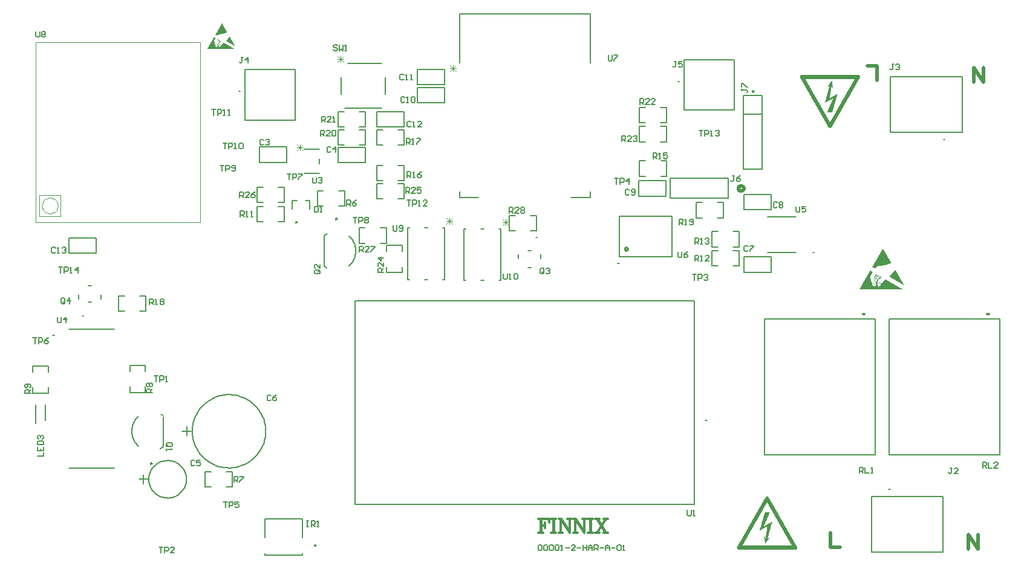
<source format=gto>
G04*
G04 #@! TF.GenerationSoftware,Altium Limited,Altium Designer,24.5.2 (23)*
G04*
G04 Layer_Color=65535*
%FSLAX25Y25*%
%MOIN*%
G70*
G04*
G04 #@! TF.SameCoordinates,965667D9-A914-4C8D-9D07-D793B6B6F1C8*
G04*
G04*
G04 #@! TF.FilePolarity,Positive*
G04*
G01*
G75*
%ADD10C,0.00600*%
%ADD11C,0.00787*%
%ADD12C,0.00472*%
%ADD13C,0.02000*%
%ADD14C,0.00984*%
%ADD15C,0.01181*%
%ADD16C,0.00500*%
%ADD17C,0.00300*%
%ADD18C,0.01968*%
%ADD19C,0.00669*%
%ADD20C,0.01394*%
G36*
X112063Y300897D02*
X112127D01*
Y300833D01*
X112190D01*
Y300707D01*
X112253D01*
Y300580D01*
X112317D01*
Y300453D01*
X112380D01*
Y300390D01*
X112443D01*
Y300263D01*
X112507D01*
Y300137D01*
X112570D01*
Y300010D01*
X112633D01*
Y299947D01*
X112697D01*
Y299820D01*
X112760D01*
Y299693D01*
X112823D01*
Y299630D01*
X112887D01*
Y299503D01*
X112950D01*
Y299377D01*
X113013D01*
Y299250D01*
X113077D01*
Y299187D01*
X113140D01*
Y299060D01*
X113203D01*
Y298933D01*
X113267D01*
Y298807D01*
X113330D01*
Y298743D01*
X113393D01*
Y298617D01*
X113457D01*
Y298490D01*
X113520D01*
Y298363D01*
X113583D01*
Y298300D01*
X113647D01*
Y298173D01*
X113710D01*
Y298047D01*
X113773D01*
Y297920D01*
X113837D01*
Y297857D01*
X113900D01*
Y297730D01*
X113963D01*
Y297603D01*
X114027D01*
Y297540D01*
X114090D01*
Y297413D01*
X114153D01*
Y297287D01*
X114217D01*
Y297160D01*
X114280D01*
Y297097D01*
X114343D01*
Y296970D01*
X114407D01*
Y296843D01*
X114470D01*
Y296717D01*
X114533D01*
Y296653D01*
X114597D01*
Y296527D01*
X114660D01*
Y296400D01*
X114723D01*
Y296273D01*
X114787D01*
Y296147D01*
X114660D01*
Y296083D01*
X114533D01*
Y296020D01*
X114470D01*
Y295957D01*
X114343D01*
Y295893D01*
X114217D01*
Y295830D01*
X114027D01*
Y295767D01*
X113900D01*
Y295703D01*
X113710D01*
Y295640D01*
X113583D01*
Y295577D01*
X113330D01*
Y295513D01*
X113140D01*
Y295450D01*
X112823D01*
Y295387D01*
X112507D01*
Y295323D01*
X112127D01*
Y295260D01*
X111683D01*
Y295197D01*
X111177D01*
Y295133D01*
X110797D01*
Y295070D01*
X110480D01*
Y295007D01*
X110290D01*
Y294943D01*
X110100D01*
Y294880D01*
X109910D01*
Y294817D01*
X109847D01*
Y294753D01*
X109720D01*
Y294690D01*
X109657D01*
Y294627D01*
X109593D01*
Y294563D01*
X109530D01*
Y294500D01*
X109467D01*
Y294437D01*
X109403D01*
Y294373D01*
Y294310D01*
X109340D01*
Y294247D01*
X109213D01*
Y294310D01*
X109087D01*
Y294373D01*
X108960D01*
Y294437D01*
X108897D01*
Y294500D01*
X108770D01*
Y294563D01*
X108643D01*
Y294627D01*
X108580D01*
Y294690D01*
X108453D01*
Y294753D01*
X108390D01*
Y294880D01*
X108453D01*
Y295007D01*
X108517D01*
Y295070D01*
X108580D01*
Y295197D01*
X108643D01*
Y295323D01*
X108707D01*
Y295450D01*
X108770D01*
Y295513D01*
X108833D01*
Y295640D01*
X108897D01*
Y295767D01*
X108960D01*
Y295893D01*
X109023D01*
Y295957D01*
X109087D01*
Y296083D01*
X109150D01*
Y296210D01*
X109213D01*
Y296337D01*
X109277D01*
Y296400D01*
X109340D01*
Y296527D01*
X109403D01*
Y296653D01*
X109467D01*
Y296717D01*
X109530D01*
Y296843D01*
X109593D01*
Y296970D01*
X109657D01*
Y297097D01*
X109720D01*
Y297160D01*
X109783D01*
Y297287D01*
X109847D01*
Y297413D01*
X109910D01*
Y297540D01*
X109973D01*
Y297603D01*
X110037D01*
Y297730D01*
X110100D01*
Y297857D01*
X110163D01*
Y297983D01*
X110227D01*
Y298047D01*
X110290D01*
Y298173D01*
X110353D01*
Y298300D01*
X110417D01*
Y298363D01*
X110480D01*
Y298490D01*
X110543D01*
Y298617D01*
X110607D01*
Y298743D01*
X110670D01*
Y298807D01*
X110733D01*
Y298933D01*
X110797D01*
Y299060D01*
X110860D01*
Y299187D01*
X110923D01*
Y299250D01*
X110987D01*
Y299377D01*
X111050D01*
Y299503D01*
X111113D01*
Y299630D01*
X111177D01*
Y299693D01*
X111240D01*
Y299820D01*
X111303D01*
Y299947D01*
X111367D01*
Y300010D01*
X111430D01*
Y300137D01*
X111493D01*
Y300263D01*
X111557D01*
Y300390D01*
X111620D01*
Y300453D01*
X111683D01*
Y300580D01*
X111747D01*
Y300707D01*
X111810D01*
Y300833D01*
X111873D01*
Y300897D01*
X111937D01*
Y301023D01*
X112063D01*
Y300897D01*
D02*
G37*
G36*
X116307Y293550D02*
X116370D01*
Y293423D01*
X116433D01*
Y293360D01*
X116497D01*
Y293233D01*
X116560D01*
Y293107D01*
X116623D01*
Y293043D01*
X116687D01*
Y292917D01*
X116750D01*
Y292790D01*
X116813D01*
Y292663D01*
X116877D01*
Y292600D01*
X116940D01*
Y292473D01*
X117003D01*
Y292347D01*
X117067D01*
Y292220D01*
X117130D01*
Y292157D01*
X117193D01*
Y292030D01*
X117257D01*
Y291903D01*
X117320D01*
Y291777D01*
X117383D01*
Y291713D01*
X117447D01*
Y291587D01*
X117510D01*
Y291523D01*
Y291460D01*
X117573D01*
Y291397D01*
X117637D01*
Y291270D01*
X117700D01*
Y291143D01*
X117763D01*
Y291017D01*
X117827D01*
Y290953D01*
X117890D01*
Y290827D01*
X117953D01*
Y290700D01*
X118017D01*
Y290573D01*
X118080D01*
Y290510D01*
X118143D01*
Y290383D01*
X118207D01*
Y290257D01*
X118270D01*
Y290130D01*
X118333D01*
Y290067D01*
X118397D01*
Y289940D01*
X118460D01*
Y289813D01*
X118523D01*
Y289750D01*
X118587D01*
Y289623D01*
X118650D01*
Y289497D01*
X118713D01*
Y289370D01*
X118777D01*
Y289307D01*
X118840D01*
Y289180D01*
X118903D01*
Y289053D01*
X118967D01*
Y288927D01*
X119030D01*
Y288863D01*
X119093D01*
Y288737D01*
X119157D01*
Y288610D01*
X119220D01*
Y288547D01*
X119093D01*
Y288610D01*
X118967D01*
Y288673D01*
X118840D01*
Y288737D01*
X118777D01*
Y288800D01*
X118650D01*
Y288863D01*
X118523D01*
Y288927D01*
X118397D01*
Y288990D01*
X118333D01*
Y289053D01*
X118207D01*
Y289117D01*
X118080D01*
Y289180D01*
X117953D01*
Y289243D01*
X117890D01*
Y289307D01*
X117763D01*
Y289370D01*
X117637D01*
Y289433D01*
X117573D01*
Y289497D01*
X117447D01*
Y289560D01*
X117320D01*
Y289623D01*
X117193D01*
Y289687D01*
X117130D01*
Y289750D01*
X117003D01*
Y289813D01*
X116877D01*
Y289877D01*
X116750D01*
Y289940D01*
X116687D01*
Y290003D01*
X116560D01*
Y290067D01*
X116433D01*
Y290130D01*
X116307D01*
Y290193D01*
X116243D01*
Y290257D01*
X116117D01*
Y290320D01*
X115990D01*
Y290383D01*
X115927D01*
Y290447D01*
X115800D01*
Y290510D01*
X115673D01*
Y290573D01*
X115547D01*
Y290637D01*
X115483D01*
Y290700D01*
X115357D01*
Y290763D01*
X115230D01*
Y290827D01*
X115103D01*
Y290890D01*
X115040D01*
Y290953D01*
X114913D01*
Y291017D01*
X114787D01*
Y291080D01*
X114723D01*
Y291143D01*
X114597D01*
Y291207D01*
X114470D01*
Y291270D01*
X114343D01*
Y291333D01*
X114280D01*
Y291397D01*
X114153D01*
Y291460D01*
X114217D01*
Y291523D01*
X114280D01*
Y291587D01*
X114343D01*
Y291650D01*
X114407D01*
Y291713D01*
X114470D01*
Y291777D01*
X114533D01*
Y291840D01*
X114597D01*
Y291967D01*
X114660D01*
Y292030D01*
X114723D01*
Y292093D01*
X114787D01*
Y292157D01*
X114850D01*
Y292220D01*
X114913D01*
Y292283D01*
X114977D01*
Y292347D01*
X115040D01*
Y292410D01*
X115103D01*
Y292473D01*
X115167D01*
Y292537D01*
X115230D01*
Y292600D01*
X115293D01*
Y292663D01*
X115357D01*
Y292790D01*
X115420D01*
Y292853D01*
X115483D01*
Y292917D01*
X115547D01*
Y292980D01*
X115610D01*
Y293043D01*
X115673D01*
Y293107D01*
X115737D01*
Y293170D01*
X115800D01*
Y293233D01*
X115863D01*
Y293297D01*
X115927D01*
Y293360D01*
X115990D01*
Y293423D01*
X116053D01*
Y293487D01*
X116117D01*
Y293550D01*
X116180D01*
Y293613D01*
X116243D01*
Y293677D01*
X116307D01*
Y293550D01*
D02*
G37*
G36*
X107693Y293423D02*
X107820D01*
Y293360D01*
X107947D01*
Y293297D01*
X108010D01*
Y293233D01*
X108137D01*
Y293170D01*
X108263D01*
Y293107D01*
X108390D01*
Y293043D01*
X108453D01*
Y292853D01*
X108390D01*
Y292727D01*
X108327D01*
Y292663D01*
X108263D01*
Y292537D01*
X108200D01*
Y292410D01*
X108137D01*
Y292347D01*
X108073D01*
Y292220D01*
X108010D01*
Y292157D01*
X107947D01*
Y292030D01*
X107883D01*
Y291903D01*
X107820D01*
Y291840D01*
X107757D01*
Y291713D01*
X107693D01*
Y291650D01*
X107630D01*
Y291080D01*
X107693D01*
Y290827D01*
X107757D01*
Y290573D01*
X107820D01*
Y290320D01*
X107883D01*
Y290003D01*
X107947D01*
Y289750D01*
X108010D01*
Y289560D01*
X108073D01*
Y289370D01*
X108137D01*
Y289307D01*
X108200D01*
Y289243D01*
X108263D01*
Y289180D01*
X108707D01*
Y289117D01*
X108770D01*
Y288990D01*
X108833D01*
Y288800D01*
X108897D01*
Y288610D01*
X108960D01*
Y288357D01*
X109023D01*
Y288167D01*
X109087D01*
Y288040D01*
X109213D01*
Y288103D01*
X109277D01*
Y288230D01*
X109340D01*
Y288293D01*
X109403D01*
Y288420D01*
X109467D01*
Y288610D01*
X109530D01*
Y289307D01*
X109467D01*
Y289497D01*
X109403D01*
Y289560D01*
X109340D01*
Y289687D01*
X109277D01*
Y289750D01*
X109213D01*
Y289813D01*
X109150D01*
Y289940D01*
X109087D01*
Y290003D01*
X109150D01*
Y291207D01*
X109087D01*
Y291397D01*
X109150D01*
Y291523D01*
X109213D01*
Y291650D01*
X109277D01*
Y291777D01*
X109340D01*
Y291840D01*
X109403D01*
Y291967D01*
X109467D01*
Y292030D01*
X109530D01*
Y292093D01*
X109593D01*
Y292220D01*
X109657D01*
Y292283D01*
X109783D01*
Y292220D01*
X109910D01*
Y292157D01*
X109973D01*
Y292093D01*
X109910D01*
Y292030D01*
X109847D01*
Y291967D01*
X109783D01*
Y291840D01*
X109720D01*
Y291777D01*
X109657D01*
Y291713D01*
X109593D01*
Y291650D01*
X109530D01*
Y291587D01*
X109467D01*
Y291460D01*
X109403D01*
Y290827D01*
X109467D01*
Y290573D01*
X109403D01*
Y290257D01*
X109340D01*
Y290003D01*
X109403D01*
Y289813D01*
X109467D01*
Y289687D01*
X109530D01*
Y289623D01*
X109657D01*
Y289687D01*
X109783D01*
Y289750D01*
X109847D01*
Y289877D01*
X109910D01*
Y289940D01*
X109973D01*
Y290130D01*
X110037D01*
Y290320D01*
X109973D01*
Y290510D01*
X109910D01*
Y290700D01*
X109847D01*
Y290827D01*
X109783D01*
Y290953D01*
X109720D01*
Y291333D01*
X109783D01*
Y291460D01*
X109847D01*
Y291587D01*
X109910D01*
Y291713D01*
X109973D01*
Y291840D01*
X110037D01*
Y291903D01*
X110100D01*
Y292030D01*
X110227D01*
Y291967D01*
X110353D01*
Y291903D01*
X110417D01*
Y291840D01*
X110290D01*
Y291777D01*
X110227D01*
Y291713D01*
X110163D01*
Y291650D01*
X110100D01*
Y291523D01*
X110037D01*
Y291397D01*
X109973D01*
Y290763D01*
X110037D01*
Y290573D01*
X110100D01*
Y290447D01*
X110163D01*
Y290383D01*
X110290D01*
Y290447D01*
X110353D01*
Y291080D01*
X110290D01*
Y291460D01*
X110353D01*
Y291523D01*
X110417D01*
Y291587D01*
X110480D01*
Y291840D01*
X110543D01*
Y291777D01*
X110670D01*
Y291650D01*
X110607D01*
Y291587D01*
X110543D01*
Y291460D01*
X110480D01*
Y291017D01*
X110543D01*
Y290890D01*
X110607D01*
Y290827D01*
X110733D01*
Y290890D01*
X110797D01*
Y290953D01*
X110860D01*
Y291080D01*
X110797D01*
Y291207D01*
X110733D01*
Y291397D01*
X110797D01*
Y291460D01*
X110860D01*
Y291587D01*
X110987D01*
Y291523D01*
X111113D01*
Y291460D01*
X111240D01*
Y291397D01*
X111303D01*
Y291333D01*
X111430D01*
Y291270D01*
X111367D01*
Y291207D01*
X111303D01*
Y291080D01*
X111240D01*
Y291017D01*
X111177D01*
Y290953D01*
X111113D01*
Y290890D01*
X111050D01*
Y290827D01*
X110987D01*
Y290763D01*
X110923D01*
Y290700D01*
X110860D01*
Y290637D01*
X110797D01*
Y290573D01*
X110733D01*
Y290510D01*
X110670D01*
Y290447D01*
X110607D01*
Y290383D01*
X110543D01*
Y290320D01*
X110480D01*
Y290257D01*
X110417D01*
Y290130D01*
X110353D01*
Y290067D01*
X110290D01*
Y289940D01*
X110227D01*
Y289813D01*
X110163D01*
Y289687D01*
X110100D01*
Y288990D01*
X110037D01*
Y288610D01*
X110163D01*
Y288673D01*
X110227D01*
Y288800D01*
X110290D01*
Y288927D01*
X110353D01*
Y288990D01*
X110417D01*
Y289117D01*
X110480D01*
Y289180D01*
X110543D01*
Y289243D01*
X110607D01*
Y289307D01*
X110733D01*
Y289370D01*
X111177D01*
Y289307D01*
X111303D01*
Y289243D01*
X111367D01*
Y289117D01*
X111430D01*
Y289053D01*
X111557D01*
Y289117D01*
X111620D01*
Y289180D01*
X111683D01*
Y289243D01*
X111747D01*
Y289307D01*
X111810D01*
Y289433D01*
X111873D01*
Y289497D01*
X111937D01*
Y289560D01*
X112000D01*
Y289623D01*
X112063D01*
Y289687D01*
X112127D01*
Y289750D01*
X112190D01*
Y289813D01*
X112253D01*
Y289877D01*
X112317D01*
Y289940D01*
X112380D01*
Y290003D01*
X112443D01*
Y290067D01*
X112507D01*
Y290130D01*
X112570D01*
Y290193D01*
X112633D01*
Y290257D01*
X112697D01*
Y290320D01*
X112760D01*
Y290383D01*
X112823D01*
Y290447D01*
X112950D01*
Y290383D01*
X113077D01*
Y290320D01*
X113203D01*
Y290257D01*
X113330D01*
Y290193D01*
X113393D01*
Y290130D01*
X113520D01*
Y290067D01*
X113647D01*
Y290003D01*
X113773D01*
Y289940D01*
X113837D01*
Y289877D01*
X113963D01*
Y289813D01*
X114090D01*
Y289750D01*
X114153D01*
Y289687D01*
X114280D01*
Y289623D01*
X114407D01*
Y289560D01*
X114533D01*
Y289497D01*
X114597D01*
Y289433D01*
X114723D01*
Y289370D01*
X114850D01*
Y289307D01*
X114977D01*
Y289243D01*
X115040D01*
Y289180D01*
X115167D01*
Y289117D01*
X115293D01*
Y289053D01*
X115420D01*
Y288990D01*
X115483D01*
Y288927D01*
X115610D01*
Y288863D01*
X115737D01*
Y288800D01*
X115800D01*
Y288737D01*
X115927D01*
Y288673D01*
X116053D01*
Y288610D01*
X116180D01*
Y288547D01*
X116243D01*
Y288483D01*
X116370D01*
Y288420D01*
X116497D01*
Y288357D01*
X116623D01*
Y288293D01*
X116687D01*
Y288230D01*
X116813D01*
Y288167D01*
X116940D01*
Y288103D01*
X117003D01*
Y288040D01*
X117130D01*
Y287977D01*
X117257D01*
Y287913D01*
X117383D01*
Y287850D01*
X117447D01*
Y287787D01*
X117573D01*
Y287723D01*
X117700D01*
Y287660D01*
X117827D01*
Y287597D01*
X117890D01*
Y287533D01*
X118017D01*
Y287470D01*
X118143D01*
Y287407D01*
X118270D01*
Y287343D01*
X118333D01*
Y287280D01*
X118460D01*
Y287217D01*
X118587D01*
Y287153D01*
X103957D01*
Y287217D01*
X104020D01*
Y287280D01*
X104083D01*
Y287407D01*
X104147D01*
Y287533D01*
X104210D01*
Y287660D01*
X104273D01*
Y287723D01*
X104337D01*
Y287850D01*
X104400D01*
Y287977D01*
X104463D01*
Y288103D01*
X104527D01*
Y288167D01*
X104590D01*
Y288293D01*
X104653D01*
Y288420D01*
X104717D01*
Y288483D01*
X104780D01*
Y288610D01*
X104843D01*
Y288737D01*
X104907D01*
Y288863D01*
X104970D01*
Y288927D01*
X105033D01*
Y289053D01*
X105097D01*
Y289180D01*
X105160D01*
Y289307D01*
X105223D01*
Y289370D01*
X105287D01*
Y289497D01*
X105350D01*
Y289623D01*
X105413D01*
Y289750D01*
X105477D01*
Y289813D01*
X105540D01*
Y289940D01*
X105603D01*
Y290067D01*
X105667D01*
Y290130D01*
X105730D01*
Y290257D01*
X105793D01*
Y290383D01*
X105857D01*
Y290510D01*
X105920D01*
Y290573D01*
X105983D01*
Y290700D01*
X106047D01*
Y290827D01*
X106110D01*
Y290953D01*
X106173D01*
Y291017D01*
X106237D01*
Y291143D01*
X106300D01*
Y291270D01*
X106363D01*
Y291397D01*
X106427D01*
Y291460D01*
X106490D01*
Y291587D01*
X106553D01*
Y291713D01*
X106617D01*
Y291777D01*
X106680D01*
Y291903D01*
X106743D01*
Y292030D01*
X106807D01*
Y292157D01*
X106870D01*
Y292220D01*
X106933D01*
Y292347D01*
X106997D01*
Y292473D01*
X107060D01*
Y292600D01*
X107123D01*
Y292663D01*
X107187D01*
Y292790D01*
X107250D01*
Y292917D01*
X107313D01*
Y293043D01*
X107377D01*
Y293107D01*
X107440D01*
Y293233D01*
X107503D01*
Y293360D01*
X107567D01*
Y293423D01*
X107630D01*
Y293487D01*
X107693D01*
Y293423D01*
D02*
G37*
G36*
X412894Y39686D02*
X413037D01*
Y39542D01*
X413324D01*
Y39255D01*
X413468D01*
Y38968D01*
X413612D01*
Y38824D01*
X413755D01*
Y38537D01*
X413899D01*
Y38250D01*
X414043D01*
Y38106D01*
X414186D01*
Y37819D01*
X414330D01*
Y37532D01*
X414473D01*
Y37245D01*
X414617D01*
Y37101D01*
X414761D01*
Y36814D01*
X414904D01*
Y36527D01*
X415048D01*
Y36239D01*
X415192D01*
Y35952D01*
X415335D01*
Y35809D01*
X415479D01*
Y35521D01*
X415622D01*
Y35234D01*
X415766D01*
Y34947D01*
X415910D01*
Y34803D01*
X416053D01*
Y34516D01*
X416197D01*
Y34229D01*
X416340D01*
Y33942D01*
X416484D01*
Y33798D01*
X416628D01*
Y33511D01*
X416771D01*
Y33223D01*
X416915D01*
Y32936D01*
X417059D01*
Y32792D01*
X417202D01*
Y32505D01*
X417346D01*
Y32218D01*
X417489D01*
Y31931D01*
X417633D01*
Y31787D01*
X417777D01*
Y31500D01*
X417920D01*
Y31213D01*
X418064D01*
Y30926D01*
X418207D01*
Y30782D01*
X418351D01*
Y30495D01*
X418495D01*
Y30207D01*
X418638D01*
Y29920D01*
X418782D01*
Y29777D01*
X418926D01*
Y29489D01*
X419069D01*
Y29202D01*
X419213D01*
Y28915D01*
X419356D01*
Y28771D01*
X419500D01*
Y28484D01*
X419644D01*
Y28197D01*
X419787D01*
Y27910D01*
X419931D01*
Y27766D01*
X420075D01*
Y27479D01*
X420218D01*
Y27191D01*
X420362D01*
Y27048D01*
X420505D01*
Y26761D01*
X420649D01*
Y26473D01*
X420793D01*
Y26186D01*
X420936D01*
Y25899D01*
X421080D01*
Y25755D01*
X421223D01*
Y25468D01*
X421367D01*
Y25181D01*
X421511D01*
Y24894D01*
X421654D01*
Y24750D01*
X421798D01*
Y24463D01*
X421942D01*
Y24175D01*
X422085D01*
Y24032D01*
X422229D01*
Y23745D01*
X422372D01*
Y23458D01*
X422516D01*
Y23170D01*
X422660D01*
Y22883D01*
X422803D01*
Y22739D01*
X422947D01*
Y22452D01*
X423090D01*
Y22165D01*
X423234D01*
Y21878D01*
X423378D01*
Y21734D01*
X423521D01*
Y21447D01*
X423665D01*
Y21160D01*
X423808D01*
Y20872D01*
X423952D01*
Y20729D01*
X424096D01*
Y20441D01*
X424239D01*
Y20154D01*
X424383D01*
Y19867D01*
X424527D01*
Y19723D01*
X424670D01*
Y19436D01*
X424814D01*
Y19149D01*
X424957D01*
Y18862D01*
X425101D01*
Y18718D01*
X425245D01*
Y18431D01*
X425388D01*
Y18144D01*
X425532D01*
Y17856D01*
X425675D01*
Y17713D01*
X425819D01*
Y17425D01*
X425963D01*
Y17138D01*
X426106D01*
Y16851D01*
X426250D01*
Y16707D01*
X426394D01*
Y16420D01*
X426537D01*
Y16133D01*
X426681D01*
Y15846D01*
X426825D01*
Y15702D01*
X426968D01*
Y15415D01*
X427112D01*
Y15128D01*
X427255D01*
Y14840D01*
X427399D01*
Y14697D01*
X427543D01*
Y14410D01*
X427686D01*
Y14122D01*
X427830D01*
Y13979D01*
X427973D01*
Y13691D01*
X428117D01*
Y13404D01*
X428261D01*
Y13117D01*
X428404D01*
Y12973D01*
X428548D01*
Y12686D01*
X428691D01*
Y12399D01*
X428835D01*
Y11968D01*
X428979D01*
Y11394D01*
X428835D01*
Y11106D01*
X428691D01*
Y10963D01*
X428548D01*
Y10819D01*
X428261D01*
Y10676D01*
X396378D01*
Y10819D01*
X396234D01*
Y10963D01*
X396090D01*
Y11250D01*
X395947D01*
Y11537D01*
X395803D01*
Y11968D01*
X395947D01*
Y12399D01*
X396090D01*
Y12542D01*
X396234D01*
Y12830D01*
X396378D01*
Y13117D01*
X396521D01*
Y13404D01*
X396665D01*
Y13548D01*
X396809D01*
Y13835D01*
X396952D01*
Y14122D01*
X397096D01*
Y14410D01*
X397239D01*
Y14553D01*
X397383D01*
Y14840D01*
X397527D01*
Y15128D01*
X397670D01*
Y15415D01*
X397814D01*
Y15559D01*
X397957D01*
Y15846D01*
X398101D01*
Y16133D01*
X398245D01*
Y16420D01*
X398388D01*
Y16564D01*
X398532D01*
Y16851D01*
X398675D01*
Y17138D01*
X398819D01*
Y17425D01*
X398963D01*
Y17569D01*
X399106D01*
Y17856D01*
X399250D01*
Y18144D01*
X399394D01*
Y18431D01*
X399537D01*
Y18575D01*
X399681D01*
Y18862D01*
X399825D01*
Y19149D01*
X399968D01*
Y19436D01*
X400112D01*
Y19723D01*
X400255D01*
Y19867D01*
X400399D01*
Y20154D01*
X400542D01*
Y20441D01*
X400686D01*
Y20729D01*
X400830D01*
Y20872D01*
X400973D01*
Y21160D01*
X401117D01*
Y21447D01*
X401261D01*
Y21590D01*
X401404D01*
Y21878D01*
X401548D01*
Y22165D01*
X401691D01*
Y22452D01*
X401835D01*
Y22596D01*
X401979D01*
Y22883D01*
X402122D01*
Y23170D01*
X402266D01*
Y23458D01*
X402410D01*
Y23745D01*
X402553D01*
Y23888D01*
X402697D01*
Y24175D01*
X402840D01*
Y24463D01*
X402984D01*
Y24606D01*
X403128D01*
Y24894D01*
X403271D01*
Y25181D01*
X403415D01*
Y25468D01*
X403558D01*
Y25755D01*
X403702D01*
Y25899D01*
X403846D01*
Y26186D01*
X403989D01*
Y26473D01*
X404133D01*
Y26617D01*
X404277D01*
Y26904D01*
X404420D01*
Y27191D01*
X404564D01*
Y27479D01*
X404707D01*
Y27622D01*
X404851D01*
Y27910D01*
X404995D01*
Y28197D01*
X405138D01*
Y28484D01*
X405282D01*
Y28628D01*
X405426D01*
Y28915D01*
X405569D01*
Y29202D01*
X405713D01*
Y29489D01*
X405856D01*
Y29633D01*
X406000D01*
Y29920D01*
X406144D01*
Y30207D01*
X406287D01*
Y30495D01*
X406431D01*
Y30638D01*
X406574D01*
Y30926D01*
X406718D01*
Y31213D01*
X406862D01*
Y31500D01*
X407005D01*
Y31787D01*
X407149D01*
Y31931D01*
X407293D01*
Y32218D01*
X407436D01*
Y32505D01*
X407580D01*
Y32649D01*
X407723D01*
Y32936D01*
X407867D01*
Y33223D01*
X408011D01*
Y33511D01*
X408154D01*
Y33654D01*
X408298D01*
Y33942D01*
X408441D01*
Y34229D01*
X408585D01*
Y34516D01*
X408729D01*
Y34660D01*
X408872D01*
Y34947D01*
X409016D01*
Y35234D01*
X409160D01*
Y35521D01*
X409303D01*
Y35809D01*
X409447D01*
Y35952D01*
X409590D01*
Y36239D01*
X409734D01*
Y36527D01*
X409878D01*
Y36814D01*
X410021D01*
Y36957D01*
X410165D01*
Y37245D01*
X410309D01*
Y37532D01*
X410452D01*
Y37819D01*
X410596D01*
Y37963D01*
X410739D01*
Y38250D01*
X410883D01*
Y38537D01*
X411027D01*
Y38681D01*
X411170D01*
Y38968D01*
X411314D01*
Y39255D01*
X411457D01*
Y39399D01*
X411601D01*
Y39542D01*
X411745D01*
Y39686D01*
X411888D01*
Y39830D01*
X412894D01*
Y39686D01*
D02*
G37*
G36*
X476352Y176518D02*
X476453D01*
Y176417D01*
X476555D01*
Y176213D01*
X476657D01*
Y176010D01*
X476758D01*
Y175807D01*
X476860D01*
Y175705D01*
X476962D01*
Y175502D01*
X477063D01*
Y175298D01*
X477165D01*
Y175095D01*
X477267D01*
Y174993D01*
X477368D01*
Y174790D01*
X477470D01*
Y174587D01*
X477572D01*
Y174485D01*
X477673D01*
Y174282D01*
X477775D01*
Y174078D01*
X477877D01*
Y173875D01*
X477978D01*
Y173773D01*
X478080D01*
Y173570D01*
X478182D01*
Y173367D01*
X478283D01*
Y173163D01*
X478385D01*
Y173062D01*
X478487D01*
Y172858D01*
X478588D01*
Y172655D01*
X478690D01*
Y172452D01*
X478792D01*
Y172350D01*
X478893D01*
Y172147D01*
X478995D01*
Y171943D01*
X479097D01*
Y171740D01*
X479198D01*
Y171638D01*
X479300D01*
Y171435D01*
X479402D01*
Y171232D01*
X479503D01*
Y171130D01*
X479605D01*
Y170927D01*
X479707D01*
Y170723D01*
X479808D01*
Y170520D01*
X479910D01*
Y170418D01*
X480012D01*
Y170215D01*
X480113D01*
Y170012D01*
X480215D01*
Y169808D01*
X480317D01*
Y169707D01*
X480418D01*
Y169503D01*
X480520D01*
Y169300D01*
X480622D01*
Y169097D01*
X480723D01*
Y168893D01*
X480520D01*
Y168792D01*
X480317D01*
Y168690D01*
X480215D01*
Y168588D01*
X480012D01*
Y168487D01*
X479808D01*
Y168385D01*
X479503D01*
Y168283D01*
X479300D01*
Y168182D01*
X478995D01*
Y168080D01*
X478792D01*
Y167978D01*
X478385D01*
Y167877D01*
X478080D01*
Y167775D01*
X477572D01*
Y167673D01*
X477063D01*
Y167572D01*
X476453D01*
Y167470D01*
X475742D01*
Y167368D01*
X474928D01*
Y167267D01*
X474318D01*
Y167165D01*
X473810D01*
Y167063D01*
X473505D01*
Y166962D01*
X473200D01*
Y166860D01*
X472895D01*
Y166758D01*
X472793D01*
Y166657D01*
X472590D01*
Y166555D01*
X472488D01*
Y166453D01*
X472387D01*
Y166352D01*
X472285D01*
Y166250D01*
X472183D01*
Y166148D01*
X472082D01*
Y166047D01*
Y165945D01*
X471980D01*
Y165843D01*
X471777D01*
Y165945D01*
X471573D01*
Y166047D01*
X471370D01*
Y166148D01*
X471268D01*
Y166250D01*
X471065D01*
Y166352D01*
X470862D01*
Y166453D01*
X470760D01*
Y166555D01*
X470557D01*
Y166657D01*
X470455D01*
Y166860D01*
X470557D01*
Y167063D01*
X470658D01*
Y167165D01*
X470760D01*
Y167368D01*
X470862D01*
Y167572D01*
X470963D01*
Y167775D01*
X471065D01*
Y167877D01*
X471167D01*
Y168080D01*
X471268D01*
Y168283D01*
X471370D01*
Y168487D01*
X471472D01*
Y168588D01*
X471573D01*
Y168792D01*
X471675D01*
Y168995D01*
X471777D01*
Y169198D01*
X471878D01*
Y169300D01*
X471980D01*
Y169503D01*
X472082D01*
Y169707D01*
X472183D01*
Y169808D01*
X472285D01*
Y170012D01*
X472387D01*
Y170215D01*
X472488D01*
Y170418D01*
X472590D01*
Y170520D01*
X472692D01*
Y170723D01*
X472793D01*
Y170927D01*
X472895D01*
Y171130D01*
X472997D01*
Y171232D01*
X473098D01*
Y171435D01*
X473200D01*
Y171638D01*
X473302D01*
Y171842D01*
X473403D01*
Y171943D01*
X473505D01*
Y172147D01*
X473607D01*
Y172350D01*
X473708D01*
Y172452D01*
X473810D01*
Y172655D01*
X473912D01*
Y172858D01*
X474013D01*
Y173062D01*
X474115D01*
Y173163D01*
X474217D01*
Y173367D01*
X474318D01*
Y173570D01*
X474420D01*
Y173773D01*
X474522D01*
Y173875D01*
X474623D01*
Y174078D01*
X474725D01*
Y174282D01*
X474827D01*
Y174485D01*
X474928D01*
Y174587D01*
X475030D01*
Y174790D01*
X475132D01*
Y174993D01*
X475233D01*
Y175095D01*
X475335D01*
Y175298D01*
X475437D01*
Y175502D01*
X475538D01*
Y175705D01*
X475640D01*
Y175807D01*
X475742D01*
Y176010D01*
X475843D01*
Y176213D01*
X475945D01*
Y176417D01*
X476047D01*
Y176518D01*
X476148D01*
Y176722D01*
X476352D01*
Y176518D01*
D02*
G37*
G36*
X483163Y164725D02*
X483265D01*
Y164522D01*
X483367D01*
Y164420D01*
X483468D01*
Y164217D01*
X483570D01*
Y164013D01*
X483672D01*
Y163912D01*
X483773D01*
Y163708D01*
X483875D01*
Y163505D01*
X483977D01*
Y163302D01*
X484078D01*
Y163200D01*
X484180D01*
Y162997D01*
X484282D01*
Y162793D01*
X484383D01*
Y162590D01*
X484485D01*
Y162488D01*
X484587D01*
Y162285D01*
X484688D01*
Y162082D01*
X484790D01*
Y161878D01*
X484892D01*
Y161777D01*
X484993D01*
Y161573D01*
X485095D01*
Y161472D01*
Y161370D01*
X485197D01*
Y161268D01*
X485298D01*
Y161065D01*
X485400D01*
Y160862D01*
X485502D01*
Y160658D01*
X485603D01*
Y160557D01*
X485705D01*
Y160353D01*
X485807D01*
Y160150D01*
X485908D01*
Y159947D01*
X486010D01*
Y159845D01*
X486112D01*
Y159642D01*
X486213D01*
Y159438D01*
X486315D01*
Y159235D01*
X486417D01*
Y159133D01*
X486518D01*
Y158930D01*
X486620D01*
Y158727D01*
X486722D01*
Y158625D01*
X486823D01*
Y158422D01*
X486925D01*
Y158218D01*
X487027D01*
Y158015D01*
X487128D01*
Y157913D01*
X487230D01*
Y157710D01*
X487332D01*
Y157507D01*
X487433D01*
Y157303D01*
X487535D01*
Y157202D01*
X487637D01*
Y156998D01*
X487738D01*
Y156795D01*
X487840D01*
Y156693D01*
X487637D01*
Y156795D01*
X487433D01*
Y156897D01*
X487230D01*
Y156998D01*
X487128D01*
Y157100D01*
X486925D01*
Y157202D01*
X486722D01*
Y157303D01*
X486518D01*
Y157405D01*
X486417D01*
Y157507D01*
X486213D01*
Y157608D01*
X486010D01*
Y157710D01*
X485807D01*
Y157812D01*
X485705D01*
Y157913D01*
X485502D01*
Y158015D01*
X485298D01*
Y158117D01*
X485197D01*
Y158218D01*
X484993D01*
Y158320D01*
X484790D01*
Y158422D01*
X484587D01*
Y158523D01*
X484485D01*
Y158625D01*
X484282D01*
Y158727D01*
X484078D01*
Y158828D01*
X483875D01*
Y158930D01*
X483773D01*
Y159032D01*
X483570D01*
Y159133D01*
X483367D01*
Y159235D01*
X483163D01*
Y159337D01*
X483062D01*
Y159438D01*
X482858D01*
Y159540D01*
X482655D01*
Y159642D01*
X482553D01*
Y159743D01*
X482350D01*
Y159845D01*
X482147D01*
Y159947D01*
X481943D01*
Y160048D01*
X481842D01*
Y160150D01*
X481638D01*
Y160252D01*
X481435D01*
Y160353D01*
X481232D01*
Y160455D01*
X481130D01*
Y160557D01*
X480927D01*
Y160658D01*
X480723D01*
Y160760D01*
X480622D01*
Y160862D01*
X480418D01*
Y160963D01*
X480215D01*
Y161065D01*
X480012D01*
Y161167D01*
X479910D01*
Y161268D01*
X479707D01*
Y161370D01*
X479808D01*
Y161472D01*
X479910D01*
Y161573D01*
X480012D01*
Y161675D01*
X480113D01*
Y161777D01*
X480215D01*
Y161878D01*
X480317D01*
Y161980D01*
X480418D01*
Y162183D01*
X480520D01*
Y162285D01*
X480622D01*
Y162387D01*
X480723D01*
Y162488D01*
X480825D01*
Y162590D01*
X480927D01*
Y162692D01*
X481028D01*
Y162793D01*
X481130D01*
Y162895D01*
X481232D01*
Y162997D01*
X481333D01*
Y163098D01*
X481435D01*
Y163200D01*
X481537D01*
Y163302D01*
X481638D01*
Y163505D01*
X481740D01*
Y163607D01*
X481842D01*
Y163708D01*
X481943D01*
Y163810D01*
X482045D01*
Y163912D01*
X482147D01*
Y164013D01*
X482248D01*
Y164115D01*
X482350D01*
Y164217D01*
X482452D01*
Y164318D01*
X482553D01*
Y164420D01*
X482655D01*
Y164522D01*
X482757D01*
Y164623D01*
X482858D01*
Y164725D01*
X482960D01*
Y164827D01*
X483062D01*
Y164928D01*
X483163D01*
Y164725D01*
D02*
G37*
G36*
X469337Y164522D02*
X469540D01*
Y164420D01*
X469743D01*
Y164318D01*
X469845D01*
Y164217D01*
X470048D01*
Y164115D01*
X470252D01*
Y164013D01*
X470455D01*
Y163912D01*
X470557D01*
Y163607D01*
X470455D01*
Y163403D01*
X470353D01*
Y163302D01*
X470252D01*
Y163098D01*
X470150D01*
Y162895D01*
X470048D01*
Y162793D01*
X469947D01*
Y162590D01*
X469845D01*
Y162488D01*
X469743D01*
Y162285D01*
X469642D01*
Y162082D01*
X469540D01*
Y161980D01*
X469438D01*
Y161777D01*
X469337D01*
Y161675D01*
X469235D01*
Y160760D01*
X469337D01*
Y160353D01*
X469438D01*
Y159947D01*
X469540D01*
Y159540D01*
X469642D01*
Y159032D01*
X469743D01*
Y158625D01*
X469845D01*
Y158320D01*
X469947D01*
Y158015D01*
X470048D01*
Y157913D01*
X470150D01*
Y157812D01*
X470252D01*
Y157710D01*
X470963D01*
Y157608D01*
X471065D01*
Y157405D01*
X471167D01*
Y157100D01*
X471268D01*
Y156795D01*
X471370D01*
Y156388D01*
X471472D01*
Y156083D01*
X471573D01*
Y155880D01*
X471777D01*
Y155982D01*
X471878D01*
Y156185D01*
X471980D01*
Y156287D01*
X472082D01*
Y156490D01*
X472183D01*
Y156795D01*
X472285D01*
Y157913D01*
X472183D01*
Y158218D01*
X472082D01*
Y158320D01*
X471980D01*
Y158523D01*
X471878D01*
Y158625D01*
X471777D01*
Y158727D01*
X471675D01*
Y158930D01*
X471573D01*
Y159032D01*
X471675D01*
Y160963D01*
X471573D01*
Y161268D01*
X471675D01*
Y161472D01*
X471777D01*
Y161675D01*
X471878D01*
Y161878D01*
X471980D01*
Y161980D01*
X472082D01*
Y162183D01*
X472183D01*
Y162285D01*
X472285D01*
Y162387D01*
X472387D01*
Y162590D01*
X472488D01*
Y162692D01*
X472692D01*
Y162590D01*
X472895D01*
Y162488D01*
X472997D01*
Y162387D01*
X472895D01*
Y162285D01*
X472793D01*
Y162183D01*
X472692D01*
Y161980D01*
X472590D01*
Y161878D01*
X472488D01*
Y161777D01*
X472387D01*
Y161675D01*
X472285D01*
Y161573D01*
X472183D01*
Y161370D01*
X472082D01*
Y160353D01*
X472183D01*
Y159947D01*
X472082D01*
Y159438D01*
X471980D01*
Y159032D01*
X472082D01*
Y158727D01*
X472183D01*
Y158523D01*
X472285D01*
Y158422D01*
X472488D01*
Y158523D01*
X472692D01*
Y158625D01*
X472793D01*
Y158828D01*
X472895D01*
Y158930D01*
X472997D01*
Y159235D01*
X473098D01*
Y159540D01*
X472997D01*
Y159845D01*
X472895D01*
Y160150D01*
X472793D01*
Y160353D01*
X472692D01*
Y160557D01*
X472590D01*
Y161167D01*
X472692D01*
Y161370D01*
X472793D01*
Y161573D01*
X472895D01*
Y161777D01*
X472997D01*
Y161980D01*
X473098D01*
Y162082D01*
X473200D01*
Y162285D01*
X473403D01*
Y162183D01*
X473607D01*
Y162082D01*
X473708D01*
Y161980D01*
X473505D01*
Y161878D01*
X473403D01*
Y161777D01*
X473302D01*
Y161675D01*
X473200D01*
Y161472D01*
X473098D01*
Y161268D01*
X472997D01*
Y160252D01*
X473098D01*
Y159947D01*
X473200D01*
Y159743D01*
X473302D01*
Y159642D01*
X473505D01*
Y159743D01*
X473607D01*
Y160760D01*
X473505D01*
Y161370D01*
X473607D01*
Y161472D01*
X473708D01*
Y161573D01*
X473810D01*
Y161980D01*
X473912D01*
Y161878D01*
X474115D01*
Y161675D01*
X474013D01*
Y161573D01*
X473912D01*
Y161370D01*
X473810D01*
Y160658D01*
X473912D01*
Y160455D01*
X474013D01*
Y160353D01*
X474217D01*
Y160455D01*
X474318D01*
Y160557D01*
X474420D01*
Y160760D01*
X474318D01*
Y160963D01*
X474217D01*
Y161268D01*
X474318D01*
Y161370D01*
X474420D01*
Y161573D01*
X474623D01*
Y161472D01*
X474827D01*
Y161370D01*
X475030D01*
Y161268D01*
X475132D01*
Y161167D01*
X475335D01*
Y161065D01*
X475233D01*
Y160963D01*
X475132D01*
Y160760D01*
X475030D01*
Y160658D01*
X474928D01*
Y160557D01*
X474827D01*
Y160455D01*
X474725D01*
Y160353D01*
X474623D01*
Y160252D01*
X474522D01*
Y160150D01*
X474420D01*
Y160048D01*
X474318D01*
Y159947D01*
X474217D01*
Y159845D01*
X474115D01*
Y159743D01*
X474013D01*
Y159642D01*
X473912D01*
Y159540D01*
X473810D01*
Y159438D01*
X473708D01*
Y159235D01*
X473607D01*
Y159133D01*
X473505D01*
Y158930D01*
X473403D01*
Y158727D01*
X473302D01*
Y158523D01*
X473200D01*
Y157405D01*
X473098D01*
Y156795D01*
X473302D01*
Y156897D01*
X473403D01*
Y157100D01*
X473505D01*
Y157303D01*
X473607D01*
Y157405D01*
X473708D01*
Y157608D01*
X473810D01*
Y157710D01*
X473912D01*
Y157812D01*
X474013D01*
Y157913D01*
X474217D01*
Y158015D01*
X474928D01*
Y157913D01*
X475132D01*
Y157812D01*
X475233D01*
Y157608D01*
X475335D01*
Y157507D01*
X475538D01*
Y157608D01*
X475640D01*
Y157710D01*
X475742D01*
Y157812D01*
X475843D01*
Y157913D01*
X475945D01*
Y158117D01*
X476047D01*
Y158218D01*
X476148D01*
Y158320D01*
X476250D01*
Y158422D01*
X476352D01*
Y158523D01*
X476453D01*
Y158625D01*
X476555D01*
Y158727D01*
X476657D01*
Y158828D01*
X476758D01*
Y158930D01*
X476860D01*
Y159032D01*
X476962D01*
Y159133D01*
X477063D01*
Y159235D01*
X477165D01*
Y159337D01*
X477267D01*
Y159438D01*
X477368D01*
Y159540D01*
X477470D01*
Y159642D01*
X477572D01*
Y159743D01*
X477775D01*
Y159642D01*
X477978D01*
Y159540D01*
X478182D01*
Y159438D01*
X478385D01*
Y159337D01*
X478487D01*
Y159235D01*
X478690D01*
Y159133D01*
X478893D01*
Y159032D01*
X479097D01*
Y158930D01*
X479198D01*
Y158828D01*
X479402D01*
Y158727D01*
X479605D01*
Y158625D01*
X479707D01*
Y158523D01*
X479910D01*
Y158422D01*
X480113D01*
Y158320D01*
X480317D01*
Y158218D01*
X480418D01*
Y158117D01*
X480622D01*
Y158015D01*
X480825D01*
Y157913D01*
X481028D01*
Y157812D01*
X481130D01*
Y157710D01*
X481333D01*
Y157608D01*
X481537D01*
Y157507D01*
X481740D01*
Y157405D01*
X481842D01*
Y157303D01*
X482045D01*
Y157202D01*
X482248D01*
Y157100D01*
X482350D01*
Y156998D01*
X482553D01*
Y156897D01*
X482757D01*
Y156795D01*
X482960D01*
Y156693D01*
X483062D01*
Y156592D01*
X483265D01*
Y156490D01*
X483468D01*
Y156388D01*
X483672D01*
Y156287D01*
X483773D01*
Y156185D01*
X483977D01*
Y156083D01*
X484180D01*
Y155982D01*
X484282D01*
Y155880D01*
X484485D01*
Y155778D01*
X484688D01*
Y155677D01*
X484892D01*
Y155575D01*
X484993D01*
Y155473D01*
X485197D01*
Y155372D01*
X485400D01*
Y155270D01*
X485603D01*
Y155168D01*
X485705D01*
Y155067D01*
X485908D01*
Y154965D01*
X486112D01*
Y154863D01*
X486315D01*
Y154762D01*
X486417D01*
Y154660D01*
X486620D01*
Y154558D01*
X486823D01*
Y154457D01*
X463338D01*
Y154558D01*
X463440D01*
Y154660D01*
X463542D01*
Y154863D01*
X463643D01*
Y155067D01*
X463745D01*
Y155270D01*
X463847D01*
Y155372D01*
X463948D01*
Y155575D01*
X464050D01*
Y155778D01*
X464152D01*
Y155982D01*
X464253D01*
Y156083D01*
X464355D01*
Y156287D01*
X464457D01*
Y156490D01*
X464558D01*
Y156592D01*
X464660D01*
Y156795D01*
X464762D01*
Y156998D01*
X464863D01*
Y157202D01*
X464965D01*
Y157303D01*
X465067D01*
Y157507D01*
X465168D01*
Y157710D01*
X465270D01*
Y157913D01*
X465372D01*
Y158015D01*
X465473D01*
Y158218D01*
X465575D01*
Y158422D01*
X465677D01*
Y158625D01*
X465778D01*
Y158727D01*
X465880D01*
Y158930D01*
X465982D01*
Y159133D01*
X466083D01*
Y159235D01*
X466185D01*
Y159438D01*
X466287D01*
Y159642D01*
X466388D01*
Y159845D01*
X466490D01*
Y159947D01*
X466592D01*
Y160150D01*
X466693D01*
Y160353D01*
X466795D01*
Y160557D01*
X466897D01*
Y160658D01*
X466998D01*
Y160862D01*
X467100D01*
Y161065D01*
X467202D01*
Y161268D01*
X467303D01*
Y161370D01*
X467405D01*
Y161573D01*
X467507D01*
Y161777D01*
X467608D01*
Y161878D01*
X467710D01*
Y162082D01*
X467812D01*
Y162285D01*
X467913D01*
Y162488D01*
X468015D01*
Y162590D01*
X468117D01*
Y162793D01*
X468218D01*
Y162997D01*
X468320D01*
Y163200D01*
X468422D01*
Y163302D01*
X468523D01*
Y163505D01*
X468625D01*
Y163708D01*
X468727D01*
Y163912D01*
X468828D01*
Y164013D01*
X468930D01*
Y164217D01*
X469032D01*
Y164420D01*
X469133D01*
Y164522D01*
X469235D01*
Y164623D01*
X469337D01*
Y164522D01*
D02*
G37*
G36*
X463085Y272495D02*
X463229D01*
Y272351D01*
X463372D01*
Y272064D01*
X463516D01*
Y271777D01*
X463660D01*
Y271346D01*
X463516D01*
Y270915D01*
X463372D01*
Y270771D01*
X463229D01*
Y270484D01*
X463085D01*
Y270197D01*
X462942D01*
Y269910D01*
X462798D01*
Y269766D01*
X462654D01*
Y269479D01*
X462511D01*
Y269192D01*
X462367D01*
Y268904D01*
X462223D01*
Y268761D01*
X462080D01*
Y268473D01*
X461936D01*
Y268186D01*
X461793D01*
Y267899D01*
X461649D01*
Y267755D01*
X461505D01*
Y267468D01*
X461362D01*
Y267181D01*
X461218D01*
Y266894D01*
X461074D01*
Y266750D01*
X460931D01*
Y266463D01*
X460787D01*
Y266176D01*
X460644D01*
Y265888D01*
X460500D01*
Y265745D01*
X460356D01*
Y265458D01*
X460213D01*
Y265170D01*
X460069D01*
Y264883D01*
X459926D01*
Y264739D01*
X459782D01*
Y264452D01*
X459638D01*
Y264165D01*
X459495D01*
Y263878D01*
X459351D01*
Y263590D01*
X459207D01*
Y263447D01*
X459064D01*
Y263160D01*
X458920D01*
Y262872D01*
X458777D01*
Y262585D01*
X458633D01*
Y262441D01*
X458489D01*
Y262154D01*
X458346D01*
Y261867D01*
X458202D01*
Y261723D01*
X458059D01*
Y261436D01*
X457915D01*
Y261149D01*
X457771D01*
Y260862D01*
X457628D01*
Y260718D01*
X457484D01*
Y260431D01*
X457340D01*
Y260144D01*
X457197D01*
Y259856D01*
X457053D01*
Y259569D01*
X456910D01*
Y259425D01*
X456766D01*
Y259138D01*
X456622D01*
Y258851D01*
X456479D01*
Y258707D01*
X456335D01*
Y258420D01*
X456191D01*
Y258133D01*
X456048D01*
Y257846D01*
X455904D01*
Y257558D01*
X455761D01*
Y257415D01*
X455617D01*
Y257128D01*
X455473D01*
Y256840D01*
X455330D01*
Y256697D01*
X455186D01*
Y256410D01*
X455043D01*
Y256122D01*
X454899D01*
Y255835D01*
X454755D01*
Y255692D01*
X454612D01*
Y255404D01*
X454468D01*
Y255117D01*
X454324D01*
Y254830D01*
X454181D01*
Y254686D01*
X454037D01*
Y254399D01*
X453894D01*
Y254112D01*
X453750D01*
Y253824D01*
X453606D01*
Y253681D01*
X453463D01*
Y253394D01*
X453319D01*
Y253106D01*
X453175D01*
Y252819D01*
X453032D01*
Y252676D01*
X452888D01*
Y252388D01*
X452745D01*
Y252101D01*
X452601D01*
Y251814D01*
X452457D01*
Y251527D01*
X452314D01*
Y251383D01*
X452170D01*
Y251096D01*
X452027D01*
Y250809D01*
X451883D01*
Y250665D01*
X451739D01*
Y250378D01*
X451596D01*
Y250090D01*
X451452D01*
Y249803D01*
X451308D01*
Y249660D01*
X451165D01*
Y249372D01*
X451021D01*
Y249085D01*
X450878D01*
Y248798D01*
X450734D01*
Y248654D01*
X450590D01*
Y248367D01*
X450447D01*
Y248080D01*
X450303D01*
Y247793D01*
X450160D01*
Y247505D01*
X450016D01*
Y247362D01*
X449872D01*
Y247075D01*
X449729D01*
Y246787D01*
X449585D01*
Y246500D01*
X449441D01*
Y246356D01*
X449298D01*
Y246069D01*
X449154D01*
Y245782D01*
X449011D01*
Y245495D01*
X448867D01*
Y245351D01*
X448723D01*
Y245064D01*
X448580D01*
Y244777D01*
X448436D01*
Y244633D01*
X448293D01*
Y244346D01*
X448149D01*
Y244058D01*
X448005D01*
Y243915D01*
X447862D01*
Y243771D01*
X447718D01*
Y243628D01*
X447575D01*
Y243484D01*
X446569D01*
Y243628D01*
X446425D01*
Y243771D01*
X446138D01*
Y244058D01*
X445995D01*
Y244346D01*
X445851D01*
Y244489D01*
X445707D01*
Y244777D01*
X445564D01*
Y245064D01*
X445420D01*
Y245208D01*
X445277D01*
Y245495D01*
X445133D01*
Y245782D01*
X444989D01*
Y246069D01*
X444846D01*
Y246213D01*
X444702D01*
Y246500D01*
X444558D01*
Y246787D01*
X444415D01*
Y247075D01*
X444271D01*
Y247362D01*
X444128D01*
Y247505D01*
X443984D01*
Y247793D01*
X443840D01*
Y248080D01*
X443697D01*
Y248367D01*
X443553D01*
Y248511D01*
X443410D01*
Y248798D01*
X443266D01*
Y249085D01*
X443122D01*
Y249372D01*
X442979D01*
Y249516D01*
X442835D01*
Y249803D01*
X442692D01*
Y250090D01*
X442548D01*
Y250378D01*
X442404D01*
Y250521D01*
X442261D01*
Y250809D01*
X442117D01*
Y251096D01*
X441973D01*
Y251383D01*
X441830D01*
Y251527D01*
X441686D01*
Y251814D01*
X441543D01*
Y252101D01*
X441399D01*
Y252388D01*
X441255D01*
Y252532D01*
X441112D01*
Y252819D01*
X440968D01*
Y253106D01*
X440825D01*
Y253394D01*
X440681D01*
Y253537D01*
X440537D01*
Y253824D01*
X440394D01*
Y254112D01*
X440250D01*
Y254399D01*
X440106D01*
Y254542D01*
X439963D01*
Y254830D01*
X439819D01*
Y255117D01*
X439676D01*
Y255404D01*
X439532D01*
Y255548D01*
X439388D01*
Y255835D01*
X439245D01*
Y256122D01*
X439101D01*
Y256266D01*
X438957D01*
Y256553D01*
X438814D01*
Y256840D01*
X438670D01*
Y257128D01*
X438527D01*
Y257415D01*
X438383D01*
Y257558D01*
X438239D01*
Y257846D01*
X438096D01*
Y258133D01*
X437952D01*
Y258420D01*
X437809D01*
Y258564D01*
X437665D01*
Y258851D01*
X437521D01*
Y259138D01*
X437378D01*
Y259282D01*
X437234D01*
Y259569D01*
X437090D01*
Y259856D01*
X436947D01*
Y260144D01*
X436803D01*
Y260431D01*
X436660D01*
Y260575D01*
X436516D01*
Y260862D01*
X436372D01*
Y261149D01*
X436229D01*
Y261436D01*
X436085D01*
Y261580D01*
X435942D01*
Y261867D01*
X435798D01*
Y262154D01*
X435654D01*
Y262441D01*
X435511D01*
Y262585D01*
X435367D01*
Y262872D01*
X435223D01*
Y263160D01*
X435080D01*
Y263447D01*
X434936D01*
Y263590D01*
X434793D01*
Y263878D01*
X434649D01*
Y264165D01*
X434505D01*
Y264452D01*
X434362D01*
Y264596D01*
X434218D01*
Y264883D01*
X434074D01*
Y265170D01*
X433931D01*
Y265458D01*
X433787D01*
Y265601D01*
X433644D01*
Y265888D01*
X433500D01*
Y266176D01*
X433356D01*
Y266463D01*
X433213D01*
Y266606D01*
X433069D01*
Y266894D01*
X432926D01*
Y267181D01*
X432782D01*
Y267468D01*
X432638D01*
Y267612D01*
X432495D01*
Y267899D01*
X432351D01*
Y268186D01*
X432207D01*
Y268473D01*
X432064D01*
Y268617D01*
X431920D01*
Y268904D01*
X431777D01*
Y269192D01*
X431633D01*
Y269335D01*
X431489D01*
Y269622D01*
X431346D01*
Y269910D01*
X431202D01*
Y270197D01*
X431059D01*
Y270340D01*
X430915D01*
Y270628D01*
X430771D01*
Y270915D01*
X430628D01*
Y271346D01*
X430484D01*
Y271920D01*
X430628D01*
Y272207D01*
X430771D01*
Y272351D01*
X430915D01*
Y272495D01*
X431202D01*
Y272638D01*
X463085D01*
Y272495D01*
D02*
G37*
%LPC*%
G36*
X108580Y289053D02*
X108327D01*
Y288990D01*
X108263D01*
Y288800D01*
X108327D01*
Y288610D01*
X108390D01*
Y288483D01*
X108453D01*
Y288420D01*
X108517D01*
Y288293D01*
X108580D01*
Y288230D01*
X108643D01*
Y288167D01*
X108707D01*
Y288103D01*
X108770D01*
Y288040D01*
X108833D01*
Y288103D01*
X108897D01*
Y288420D01*
X108833D01*
Y288673D01*
X108770D01*
Y288863D01*
X108707D01*
Y288927D01*
X108643D01*
Y288990D01*
X108580D01*
Y289053D01*
D02*
G37*
G36*
X111050Y289243D02*
X110797D01*
Y289180D01*
X110733D01*
Y289117D01*
X110670D01*
Y289053D01*
X110607D01*
Y288990D01*
X110543D01*
Y288927D01*
X110480D01*
Y288863D01*
X110417D01*
Y288737D01*
X110353D01*
Y288673D01*
X110290D01*
Y288420D01*
X110227D01*
Y288293D01*
X110290D01*
Y288103D01*
X110353D01*
Y288040D01*
X110417D01*
Y287977D01*
X110670D01*
Y288040D01*
X110733D01*
Y288103D01*
X110797D01*
Y288167D01*
X110923D01*
Y288230D01*
X110987D01*
Y288293D01*
X111050D01*
Y288420D01*
X111113D01*
Y288483D01*
X111177D01*
Y288610D01*
X111240D01*
Y288800D01*
X111303D01*
Y288927D01*
X111240D01*
Y289053D01*
X111177D01*
Y289117D01*
X111113D01*
Y289180D01*
X111050D01*
Y289243D01*
D02*
G37*
G36*
X412463Y36814D02*
X412319D01*
Y36527D01*
X412176D01*
Y36383D01*
X412032D01*
Y36096D01*
X411888D01*
Y35809D01*
X411745D01*
Y35521D01*
X411601D01*
Y35378D01*
X411457D01*
Y35090D01*
X411314D01*
Y34803D01*
X411170D01*
Y34516D01*
X411027D01*
Y34372D01*
X410883D01*
Y34085D01*
X410739D01*
Y33798D01*
X410596D01*
Y33511D01*
X410452D01*
Y33367D01*
X410309D01*
Y33080D01*
X410165D01*
Y32792D01*
X410021D01*
Y32505D01*
X409878D01*
Y32362D01*
X409734D01*
Y32074D01*
X409590D01*
Y31787D01*
X409447D01*
Y31500D01*
X409303D01*
Y31356D01*
X409160D01*
Y31069D01*
X409016D01*
Y30782D01*
X408872D01*
Y30495D01*
X408729D01*
Y30207D01*
X408585D01*
Y30064D01*
X408441D01*
Y29777D01*
X408298D01*
Y29489D01*
X408154D01*
Y29346D01*
X408011D01*
Y29059D01*
X407867D01*
Y28771D01*
X407723D01*
Y28484D01*
X407580D01*
Y28197D01*
X407436D01*
Y28053D01*
X407293D01*
Y27766D01*
X407149D01*
Y27479D01*
X407005D01*
Y27191D01*
X406862D01*
Y27048D01*
X406718D01*
Y26761D01*
X406574D01*
Y26473D01*
X406431D01*
Y26186D01*
X406287D01*
Y25899D01*
X406144D01*
Y25755D01*
X406000D01*
Y25468D01*
X405856D01*
Y25181D01*
X405713D01*
Y24894D01*
X405569D01*
Y24606D01*
X405426D01*
Y24463D01*
X405282D01*
Y24175D01*
X405138D01*
Y23888D01*
X404995D01*
Y23745D01*
X404851D01*
Y23458D01*
X404707D01*
Y23170D01*
X404564D01*
Y22883D01*
X404420D01*
Y22739D01*
X404277D01*
Y22452D01*
X404133D01*
Y22165D01*
X403989D01*
Y21878D01*
X403846D01*
Y21590D01*
X403702D01*
Y21447D01*
X403558D01*
Y21160D01*
X403415D01*
Y20872D01*
X403271D01*
Y20585D01*
X403128D01*
Y20441D01*
X402984D01*
Y20154D01*
X402840D01*
Y19867D01*
X402697D01*
Y19580D01*
X402553D01*
Y19436D01*
X402410D01*
Y19149D01*
X402266D01*
Y18862D01*
X402122D01*
Y18575D01*
X401979D01*
Y18431D01*
X401835D01*
Y18144D01*
X401691D01*
Y17856D01*
X401548D01*
Y17569D01*
X401404D01*
Y17425D01*
X401261D01*
Y17138D01*
X401117D01*
Y16851D01*
X400973D01*
Y16564D01*
X400830D01*
Y16420D01*
X400686D01*
Y16133D01*
X400542D01*
Y15846D01*
X400399D01*
Y15559D01*
X400255D01*
Y15415D01*
X400112D01*
Y15128D01*
X399968D01*
Y14840D01*
X399825D01*
Y14553D01*
X399681D01*
Y14266D01*
X399537D01*
Y14122D01*
X399394D01*
Y13835D01*
X399250D01*
Y13548D01*
X399106D01*
Y13261D01*
X398963D01*
Y13117D01*
X398819D01*
Y12686D01*
X398963D01*
Y12830D01*
X425963D01*
Y13117D01*
X425819D01*
Y13404D01*
X425675D01*
Y13548D01*
X425532D01*
Y13835D01*
X425388D01*
Y14122D01*
X425245D01*
Y14266D01*
X425101D01*
Y14553D01*
X424957D01*
Y14840D01*
X424814D01*
Y15128D01*
X424670D01*
Y15271D01*
X424527D01*
Y15559D01*
X424383D01*
Y15846D01*
X424239D01*
Y16133D01*
X424096D01*
Y16420D01*
X423952D01*
Y16564D01*
X423808D01*
Y16851D01*
X423665D01*
Y17138D01*
X423521D01*
Y17425D01*
X423378D01*
Y17569D01*
X423234D01*
Y17856D01*
X423090D01*
Y18144D01*
X422947D01*
Y18431D01*
X422803D01*
Y18718D01*
X422660D01*
Y18862D01*
X422516D01*
Y19149D01*
X422372D01*
Y19436D01*
X422229D01*
Y19723D01*
X422085D01*
Y19867D01*
X421942D01*
Y20154D01*
X421798D01*
Y20441D01*
X421654D01*
Y20729D01*
X421511D01*
Y21016D01*
X421367D01*
Y21160D01*
X421223D01*
Y21447D01*
X421080D01*
Y21734D01*
X420936D01*
Y22021D01*
X420793D01*
Y22165D01*
X420649D01*
Y22452D01*
X420505D01*
Y22739D01*
X420362D01*
Y23027D01*
X420218D01*
Y23170D01*
X420075D01*
Y23458D01*
X419931D01*
Y23745D01*
X419787D01*
Y24032D01*
X419644D01*
Y24175D01*
X419500D01*
Y24463D01*
X419356D01*
Y24750D01*
X419213D01*
Y25037D01*
X419069D01*
Y25181D01*
X418926D01*
Y25468D01*
X418782D01*
Y25755D01*
X418638D01*
Y26043D01*
X418495D01*
Y26186D01*
X418351D01*
Y26473D01*
X418207D01*
Y26761D01*
X418064D01*
Y27048D01*
X417920D01*
Y27191D01*
X417777D01*
Y27479D01*
X417633D01*
Y27766D01*
X417489D01*
Y28053D01*
X417346D01*
Y28197D01*
X417202D01*
Y28484D01*
X417059D01*
Y28771D01*
X416915D01*
Y29059D01*
X416771D01*
Y29346D01*
X416628D01*
Y29489D01*
X416484D01*
Y29777D01*
X416340D01*
Y30064D01*
X416197D01*
Y30351D01*
X416053D01*
Y30495D01*
X415910D01*
Y30782D01*
X415766D01*
Y31069D01*
X415622D01*
Y31356D01*
X415479D01*
Y31644D01*
X415335D01*
Y31787D01*
X415192D01*
Y32074D01*
X415048D01*
Y32362D01*
X414904D01*
Y32649D01*
X414761D01*
Y32792D01*
X414617D01*
Y33080D01*
X414473D01*
Y33367D01*
X414330D01*
Y33654D01*
X414186D01*
Y33798D01*
X414043D01*
Y34085D01*
X413899D01*
Y34372D01*
X413755D01*
Y34660D01*
X413612D01*
Y34803D01*
X413468D01*
Y35090D01*
X413324D01*
Y35378D01*
X413181D01*
Y35665D01*
X413037D01*
Y35809D01*
X412894D01*
Y36096D01*
X412750D01*
Y36383D01*
X412606D01*
Y36670D01*
X412463D01*
Y36814D01*
D02*
G37*
%LPD*%
G36*
X413755Y31069D02*
X413899D01*
Y30926D01*
X413755D01*
Y30638D01*
X413612D01*
Y30207D01*
X413468D01*
Y29920D01*
X413324D01*
Y29633D01*
X413181D01*
Y29202D01*
X413037D01*
Y28915D01*
X412894D01*
Y28628D01*
X412750D01*
Y28340D01*
X412606D01*
Y27910D01*
X412463D01*
Y27622D01*
X412319D01*
Y27335D01*
X412176D01*
Y27048D01*
X412032D01*
Y26617D01*
X411888D01*
Y26330D01*
X411745D01*
Y26043D01*
X411601D01*
Y25755D01*
X411457D01*
Y25324D01*
X411314D01*
Y25037D01*
X411170D01*
Y24750D01*
X411027D01*
Y24463D01*
X410883D01*
Y24175D01*
X410739D01*
Y23745D01*
X410596D01*
Y23601D01*
X410883D01*
Y23745D01*
X411170D01*
Y23888D01*
X411457D01*
Y24032D01*
X411601D01*
Y24175D01*
X411888D01*
Y24319D01*
X412176D01*
Y24463D01*
X412463D01*
Y24606D01*
X412750D01*
Y24750D01*
X412894D01*
Y24894D01*
X413181D01*
Y25037D01*
X413468D01*
Y25181D01*
X413755D01*
Y25324D01*
X413899D01*
Y25468D01*
X414186D01*
Y25612D01*
X414473D01*
Y25755D01*
X414761D01*
Y25899D01*
X415192D01*
Y25755D01*
X415048D01*
Y25181D01*
X414904D01*
Y24750D01*
X414761D01*
Y24175D01*
X414617D01*
Y23745D01*
X414473D01*
Y23027D01*
X414330D01*
Y22596D01*
X414186D01*
Y22021D01*
X414043D01*
Y21590D01*
X413899D01*
Y21016D01*
X413755D01*
Y20441D01*
X413612D01*
Y20011D01*
X413468D01*
Y19436D01*
X413324D01*
Y18862D01*
X413181D01*
Y18431D01*
X413037D01*
Y17856D01*
X412894D01*
Y17425D01*
X412750D01*
Y16851D01*
X412894D01*
Y16995D01*
X413181D01*
Y17138D01*
X413324D01*
Y17282D01*
X413612D01*
Y17425D01*
X413755D01*
Y17138D01*
X413612D01*
Y16995D01*
X413468D01*
Y16851D01*
X413324D01*
Y16564D01*
X413181D01*
Y16420D01*
X413037D01*
Y16133D01*
X412894D01*
Y15989D01*
X412750D01*
Y15702D01*
X412606D01*
Y15559D01*
X412463D01*
Y15271D01*
X412319D01*
Y15128D01*
X412176D01*
Y14840D01*
X412032D01*
Y14697D01*
X411888D01*
Y14553D01*
X411745D01*
Y14266D01*
X411601D01*
Y14122D01*
X411457D01*
Y13979D01*
X411314D01*
Y14553D01*
X411170D01*
Y15415D01*
X411027D01*
Y16420D01*
X410883D01*
Y17282D01*
X410739D01*
Y17856D01*
X411027D01*
Y17569D01*
X411170D01*
Y17425D01*
X411314D01*
Y17138D01*
X411601D01*
Y17569D01*
X411745D01*
Y18575D01*
X411888D01*
Y19580D01*
X412032D01*
Y20585D01*
X412176D01*
Y21590D01*
X412319D01*
Y22452D01*
X412463D01*
Y23458D01*
X412319D01*
Y23314D01*
X412032D01*
Y23170D01*
X411745D01*
Y23027D01*
X411601D01*
Y22883D01*
X411314D01*
Y22739D01*
X411027D01*
Y22596D01*
X410739D01*
Y22452D01*
X410452D01*
Y22309D01*
X410165D01*
Y22165D01*
X410021D01*
Y22021D01*
X409734D01*
Y21878D01*
X409447D01*
Y21734D01*
X409160D01*
Y21590D01*
X408872D01*
Y21447D01*
X408585D01*
Y21303D01*
X408298D01*
Y21590D01*
X408441D01*
Y22165D01*
X408585D01*
Y22596D01*
X408729D01*
Y23027D01*
X408872D01*
Y23601D01*
X409016D01*
Y24032D01*
X409160D01*
Y24606D01*
X409303D01*
Y25037D01*
X409447D01*
Y25612D01*
X409590D01*
Y26043D01*
X409734D01*
Y26617D01*
X409878D01*
Y27048D01*
X410021D01*
Y27622D01*
X410165D01*
Y28053D01*
X410309D01*
Y28628D01*
X410452D01*
Y29059D01*
X410596D01*
Y29633D01*
X410739D01*
Y30064D01*
X410883D01*
Y30638D01*
X411027D01*
Y31069D01*
X411314D01*
Y31213D01*
X413755D01*
Y31069D01*
D02*
G37*
%LPC*%
G36*
X470760Y157507D02*
X470353D01*
Y157405D01*
X470252D01*
Y157100D01*
X470353D01*
Y156795D01*
X470455D01*
Y156592D01*
X470557D01*
Y156490D01*
X470658D01*
Y156287D01*
X470760D01*
Y156185D01*
X470862D01*
Y156083D01*
X470963D01*
Y155982D01*
X471065D01*
Y155880D01*
X471167D01*
Y155982D01*
X471268D01*
Y156490D01*
X471167D01*
Y156897D01*
X471065D01*
Y157202D01*
X470963D01*
Y157303D01*
X470862D01*
Y157405D01*
X470760D01*
Y157507D01*
D02*
G37*
G36*
X474725Y157812D02*
X474318D01*
Y157710D01*
X474217D01*
Y157608D01*
X474115D01*
Y157507D01*
X474013D01*
Y157405D01*
X473912D01*
Y157303D01*
X473810D01*
Y157202D01*
X473708D01*
Y156998D01*
X473607D01*
Y156897D01*
X473505D01*
Y156490D01*
X473403D01*
Y156287D01*
X473505D01*
Y155982D01*
X473607D01*
Y155880D01*
X473708D01*
Y155778D01*
X474115D01*
Y155880D01*
X474217D01*
Y155982D01*
X474318D01*
Y156083D01*
X474522D01*
Y156185D01*
X474623D01*
Y156287D01*
X474725D01*
Y156490D01*
X474827D01*
Y156592D01*
X474928D01*
Y156795D01*
X475030D01*
Y157100D01*
X475132D01*
Y157303D01*
X475030D01*
Y157507D01*
X474928D01*
Y157608D01*
X474827D01*
Y157710D01*
X474725D01*
Y157812D01*
D02*
G37*
G36*
X460644Y270628D02*
X460500D01*
Y270484D01*
X433500D01*
Y270197D01*
X433644D01*
Y269910D01*
X433787D01*
Y269766D01*
X433931D01*
Y269479D01*
X434074D01*
Y269192D01*
X434218D01*
Y269048D01*
X434362D01*
Y268761D01*
X434505D01*
Y268473D01*
X434649D01*
Y268186D01*
X434793D01*
Y268042D01*
X434936D01*
Y267755D01*
X435080D01*
Y267468D01*
X435223D01*
Y267181D01*
X435367D01*
Y266894D01*
X435511D01*
Y266750D01*
X435654D01*
Y266463D01*
X435798D01*
Y266176D01*
X435942D01*
Y265888D01*
X436085D01*
Y265745D01*
X436229D01*
Y265458D01*
X436372D01*
Y265170D01*
X436516D01*
Y264883D01*
X436660D01*
Y264596D01*
X436803D01*
Y264452D01*
X436947D01*
Y264165D01*
X437090D01*
Y263878D01*
X437234D01*
Y263590D01*
X437378D01*
Y263447D01*
X437521D01*
Y263160D01*
X437665D01*
Y262872D01*
X437809D01*
Y262585D01*
X437952D01*
Y262298D01*
X438096D01*
Y262154D01*
X438239D01*
Y261867D01*
X438383D01*
Y261580D01*
X438527D01*
Y261293D01*
X438670D01*
Y261149D01*
X438814D01*
Y260862D01*
X438957D01*
Y260575D01*
X439101D01*
Y260287D01*
X439245D01*
Y260144D01*
X439388D01*
Y259856D01*
X439532D01*
Y259569D01*
X439676D01*
Y259282D01*
X439819D01*
Y259138D01*
X439963D01*
Y258851D01*
X440106D01*
Y258564D01*
X440250D01*
Y258277D01*
X440394D01*
Y258133D01*
X440537D01*
Y257846D01*
X440681D01*
Y257558D01*
X440825D01*
Y257271D01*
X440968D01*
Y257128D01*
X441112D01*
Y256840D01*
X441255D01*
Y256553D01*
X441399D01*
Y256266D01*
X441543D01*
Y256122D01*
X441686D01*
Y255835D01*
X441830D01*
Y255548D01*
X441973D01*
Y255261D01*
X442117D01*
Y255117D01*
X442261D01*
Y254830D01*
X442404D01*
Y254542D01*
X442548D01*
Y254255D01*
X442692D01*
Y253968D01*
X442835D01*
Y253824D01*
X442979D01*
Y253537D01*
X443122D01*
Y253250D01*
X443266D01*
Y252963D01*
X443410D01*
Y252819D01*
X443553D01*
Y252532D01*
X443697D01*
Y252245D01*
X443840D01*
Y251958D01*
X443984D01*
Y251670D01*
X444128D01*
Y251527D01*
X444271D01*
Y251239D01*
X444415D01*
Y250952D01*
X444558D01*
Y250665D01*
X444702D01*
Y250521D01*
X444846D01*
Y250234D01*
X444989D01*
Y249947D01*
X445133D01*
Y249660D01*
X445277D01*
Y249516D01*
X445420D01*
Y249229D01*
X445564D01*
Y248941D01*
X445707D01*
Y248654D01*
X445851D01*
Y248511D01*
X445995D01*
Y248223D01*
X446138D01*
Y247936D01*
X446282D01*
Y247649D01*
X446425D01*
Y247505D01*
X446569D01*
Y247218D01*
X446713D01*
Y246931D01*
X446856D01*
Y246644D01*
X447000D01*
Y246500D01*
X447144D01*
Y246787D01*
X447287D01*
Y246931D01*
X447431D01*
Y247218D01*
X447575D01*
Y247505D01*
X447718D01*
Y247793D01*
X447862D01*
Y247936D01*
X448005D01*
Y248223D01*
X448149D01*
Y248511D01*
X448293D01*
Y248798D01*
X448436D01*
Y248941D01*
X448580D01*
Y249229D01*
X448723D01*
Y249516D01*
X448867D01*
Y249803D01*
X449011D01*
Y249947D01*
X449154D01*
Y250234D01*
X449298D01*
Y250521D01*
X449441D01*
Y250809D01*
X449585D01*
Y250952D01*
X449729D01*
Y251239D01*
X449872D01*
Y251527D01*
X450016D01*
Y251814D01*
X450160D01*
Y251958D01*
X450303D01*
Y252245D01*
X450447D01*
Y252532D01*
X450590D01*
Y252819D01*
X450734D01*
Y253106D01*
X450878D01*
Y253250D01*
X451021D01*
Y253537D01*
X451165D01*
Y253824D01*
X451308D01*
Y253968D01*
X451452D01*
Y254255D01*
X451596D01*
Y254542D01*
X451739D01*
Y254830D01*
X451883D01*
Y255117D01*
X452027D01*
Y255261D01*
X452170D01*
Y255548D01*
X452314D01*
Y255835D01*
X452457D01*
Y256122D01*
X452601D01*
Y256266D01*
X452745D01*
Y256553D01*
X452888D01*
Y256840D01*
X453032D01*
Y257128D01*
X453175D01*
Y257415D01*
X453319D01*
Y257558D01*
X453463D01*
Y257846D01*
X453606D01*
Y258133D01*
X453750D01*
Y258420D01*
X453894D01*
Y258707D01*
X454037D01*
Y258851D01*
X454181D01*
Y259138D01*
X454324D01*
Y259425D01*
X454468D01*
Y259569D01*
X454612D01*
Y259856D01*
X454755D01*
Y260144D01*
X454899D01*
Y260431D01*
X455043D01*
Y260575D01*
X455186D01*
Y260862D01*
X455330D01*
Y261149D01*
X455473D01*
Y261436D01*
X455617D01*
Y261723D01*
X455761D01*
Y261867D01*
X455904D01*
Y262154D01*
X456048D01*
Y262441D01*
X456191D01*
Y262729D01*
X456335D01*
Y262872D01*
X456479D01*
Y263160D01*
X456622D01*
Y263447D01*
X456766D01*
Y263734D01*
X456910D01*
Y263878D01*
X457053D01*
Y264165D01*
X457197D01*
Y264452D01*
X457340D01*
Y264739D01*
X457484D01*
Y264883D01*
X457628D01*
Y265170D01*
X457771D01*
Y265458D01*
X457915D01*
Y265745D01*
X458059D01*
Y265888D01*
X458202D01*
Y266176D01*
X458346D01*
Y266463D01*
X458489D01*
Y266750D01*
X458633D01*
Y266894D01*
X458777D01*
Y267181D01*
X458920D01*
Y267468D01*
X459064D01*
Y267755D01*
X459207D01*
Y267899D01*
X459351D01*
Y268186D01*
X459495D01*
Y268473D01*
X459638D01*
Y268761D01*
X459782D01*
Y269048D01*
X459926D01*
Y269192D01*
X460069D01*
Y269479D01*
X460213D01*
Y269766D01*
X460356D01*
Y270053D01*
X460500D01*
Y270197D01*
X460644D01*
Y270628D01*
D02*
G37*
%LPD*%
G36*
X448149Y268761D02*
X448293D01*
Y267899D01*
X448436D01*
Y266894D01*
X448580D01*
Y266032D01*
X448723D01*
Y265458D01*
X448436D01*
Y265745D01*
X448293D01*
Y265888D01*
X448149D01*
Y266176D01*
X447862D01*
Y265745D01*
X447718D01*
Y264739D01*
X447575D01*
Y263734D01*
X447431D01*
Y262729D01*
X447287D01*
Y261723D01*
X447144D01*
Y260862D01*
X447000D01*
Y259856D01*
X447144D01*
Y260000D01*
X447431D01*
Y260144D01*
X447718D01*
Y260287D01*
X447862D01*
Y260431D01*
X448149D01*
Y260575D01*
X448436D01*
Y260718D01*
X448723D01*
Y260862D01*
X449011D01*
Y261005D01*
X449298D01*
Y261149D01*
X449441D01*
Y261293D01*
X449729D01*
Y261436D01*
X450016D01*
Y261580D01*
X450303D01*
Y261723D01*
X450590D01*
Y261867D01*
X450878D01*
Y262011D01*
X451165D01*
Y261723D01*
X451021D01*
Y261149D01*
X450878D01*
Y260718D01*
X450734D01*
Y260287D01*
X450590D01*
Y259713D01*
X450447D01*
Y259282D01*
X450303D01*
Y258707D01*
X450160D01*
Y258277D01*
X450016D01*
Y257702D01*
X449872D01*
Y257271D01*
X449729D01*
Y256697D01*
X449585D01*
Y256266D01*
X449441D01*
Y255692D01*
X449298D01*
Y255261D01*
X449154D01*
Y254686D01*
X449011D01*
Y254255D01*
X448867D01*
Y253681D01*
X448723D01*
Y253250D01*
X448580D01*
Y252676D01*
X448436D01*
Y252245D01*
X448149D01*
Y252101D01*
X445707D01*
Y252245D01*
X445564D01*
Y252388D01*
X445707D01*
Y252676D01*
X445851D01*
Y253106D01*
X445995D01*
Y253394D01*
X446138D01*
Y253681D01*
X446282D01*
Y254112D01*
X446425D01*
Y254399D01*
X446569D01*
Y254686D01*
X446713D01*
Y254973D01*
X446856D01*
Y255404D01*
X447000D01*
Y255692D01*
X447144D01*
Y255979D01*
X447287D01*
Y256266D01*
X447431D01*
Y256697D01*
X447575D01*
Y256984D01*
X447718D01*
Y257271D01*
X447862D01*
Y257558D01*
X448005D01*
Y257989D01*
X448149D01*
Y258277D01*
X448293D01*
Y258564D01*
X448436D01*
Y258851D01*
X448580D01*
Y259138D01*
X448723D01*
Y259569D01*
X448867D01*
Y259713D01*
X448580D01*
Y259569D01*
X448293D01*
Y259425D01*
X448005D01*
Y259282D01*
X447862D01*
Y259138D01*
X447575D01*
Y258995D01*
X447287D01*
Y258851D01*
X447000D01*
Y258707D01*
X446713D01*
Y258564D01*
X446569D01*
Y258420D01*
X446282D01*
Y258277D01*
X445995D01*
Y258133D01*
X445707D01*
Y257989D01*
X445564D01*
Y257846D01*
X445277D01*
Y257702D01*
X444989D01*
Y257558D01*
X444702D01*
Y257415D01*
X444271D01*
Y257558D01*
X444415D01*
Y258133D01*
X444558D01*
Y258564D01*
X444702D01*
Y259138D01*
X444846D01*
Y259569D01*
X444989D01*
Y260287D01*
X445133D01*
Y260718D01*
X445277D01*
Y261293D01*
X445420D01*
Y261723D01*
X445564D01*
Y262298D01*
X445707D01*
Y262872D01*
X445851D01*
Y263303D01*
X445995D01*
Y263878D01*
X446138D01*
Y264452D01*
X446282D01*
Y264883D01*
X446425D01*
Y265458D01*
X446569D01*
Y265888D01*
X446713D01*
Y266463D01*
X446569D01*
Y266319D01*
X446282D01*
Y266176D01*
X446138D01*
Y266032D01*
X445851D01*
Y265888D01*
X445707D01*
Y266176D01*
X445851D01*
Y266319D01*
X445995D01*
Y266463D01*
X446138D01*
Y266750D01*
X446282D01*
Y266894D01*
X446425D01*
Y267181D01*
X446569D01*
Y267324D01*
X446713D01*
Y267612D01*
X446856D01*
Y267755D01*
X447000D01*
Y268042D01*
X447144D01*
Y268186D01*
X447287D01*
Y268473D01*
X447431D01*
Y268617D01*
X447575D01*
Y268761D01*
X447718D01*
Y269048D01*
X447862D01*
Y269192D01*
X448005D01*
Y269335D01*
X448149D01*
Y268761D01*
D02*
G37*
G54D10*
X35023Y139813D02*
X35623D01*
X35023D01*
X38233Y147190D02*
X39893D01*
X45263Y149041D02*
Y151439D01*
X39829Y156339D02*
X38169D01*
X32863Y151439D02*
Y149041D01*
X65372Y83575D02*
X64709Y82843D01*
X64116Y82053D01*
X63598Y81213D01*
X63160Y80328D01*
X62804Y79407D01*
X62534Y78457D01*
X62353Y77486D01*
X62262Y76503D01*
X62261Y75516D01*
X62351Y74532D01*
X62530Y73562D01*
X62798Y72611D01*
X63152Y71689D01*
X63589Y70804D01*
X64106Y69962D01*
X64697Y69172D01*
X65359Y68439D01*
X66085Y67769D01*
X77911Y66437D02*
X78756Y66921D01*
X79555Y67480D01*
X79750Y67876D02*
Y84124D01*
X79555Y84520D02*
X78931Y84966D01*
X78276Y85366D01*
X66099Y84243D02*
X65372Y83575D01*
X72750Y58683D02*
Y57817D01*
X73500Y58250D01*
X72750Y58683D01*
X75002Y57079D02*
X74303Y56363D01*
X73677Y55584D01*
X73129Y54747D01*
X72664Y53861D01*
X72287Y52935D01*
X72001Y51977D01*
X71809Y50995D01*
X71712Y50000D01*
Y49000D01*
X71809Y48004D01*
X72001Y47023D01*
X72287Y46065D01*
X72664Y45138D01*
X73129Y44253D01*
X73677Y43416D01*
X74303Y42637D01*
X75002Y41921D01*
X75766Y41276D01*
X76589Y40708D01*
X77463Y40222D01*
X78380Y39823D01*
X79331Y39513D01*
X80308Y39298D01*
X81300Y39177D01*
X82300Y39153D01*
X83298Y39226D01*
X84283Y39394D01*
X85248Y39657D01*
X86183Y40011D01*
X87080Y40454D01*
X87929Y40982D01*
X88724Y41589D01*
X89456Y42270D01*
X90120Y43019D01*
X90707Y43828D01*
X91215Y44690D01*
X91636Y45597D01*
X91968Y46540D01*
X92207Y47512D01*
X92352Y48501D01*
X92400Y49500D01*
Y49500D02*
X92352Y50499D01*
X92207Y51489D01*
X91968Y52460D01*
X91636Y53403D01*
X91215Y54310D01*
X90707Y55172D01*
X90120Y55981D01*
X89456Y56730D01*
X88724Y57411D01*
X87929Y58018D01*
X87080Y58546D01*
X86183Y58989D01*
X85248Y59343D01*
X84283Y59606D01*
X83298Y59775D01*
X82300Y59847D01*
X81300Y59823D01*
X80308Y59702D01*
X79331Y59487D01*
X78380Y59177D01*
X77463Y58778D01*
X76589Y58292D01*
X75766Y57724D01*
X75002Y57079D01*
X71200Y49500D02*
X66200D01*
X68700Y52000D02*
Y47000D01*
X101296Y61984D02*
X102007Y61282D01*
X102752Y60615D01*
X103529Y59987D01*
X104336Y59398D01*
X105171Y58849D01*
X106032Y58342D01*
X106918Y57879D01*
X107825Y57459D01*
X108751Y57086D01*
X109695Y56758D01*
X110654Y56478D01*
X111626Y56245D01*
X112609Y56061D01*
X113599Y55925D01*
X114594Y55839D01*
X115593Y55801D01*
X116592Y55814D01*
X117589Y55876D01*
X118582Y55987D01*
X119569Y56147D01*
X120546Y56355D01*
X121512Y56612D01*
X122464Y56916D01*
X123399Y57267D01*
X124316Y57663D01*
X125213Y58105D01*
X126086Y58590D01*
X126935Y59118D01*
X127756Y59687D01*
X128548Y60296D01*
X129309Y60944D01*
X130037Y61628D01*
X130731Y62348D01*
X131388Y63101D01*
X132007Y63885D01*
X132586Y64700D01*
X133124Y65542D01*
X133620Y66409D01*
X134073Y67300D01*
X134481Y68212D01*
X134843Y69143D01*
X135159Y70091D01*
X135428Y71054D01*
X135648Y72029D01*
X135820Y73013D01*
X135944Y74005D01*
X136018Y75001D01*
X136042Y76000D01*
X136018Y76999D01*
X135944Y77996D01*
X135820Y78987D01*
X135648Y79971D01*
X135428Y80946D01*
X135159Y81909D01*
X134843Y82857D01*
X134481Y83788D01*
X134073Y84700D01*
X133620Y85591D01*
X133124Y86458D01*
X132586Y87300D01*
X132007Y88115D01*
X131388Y88899D01*
X130731Y89652D01*
X130037Y90372D01*
X129309Y91056D01*
X128548Y91704D01*
X127756Y92313D01*
X126935Y92882D01*
X126086Y93410D01*
X125213Y93895D01*
X124317Y94337D01*
X123399Y94733D01*
X122464Y95084D01*
X121512Y95388D01*
X120546Y95645D01*
X119569Y95853D01*
X118582Y96013D01*
X117589Y96124D01*
X116592Y96186D01*
X115593Y96198D01*
X114594Y96161D01*
X113599Y96075D01*
X112609Y95939D01*
X111626Y95755D01*
X110655Y95522D01*
X109695Y95242D01*
X108751Y94914D01*
X107825Y94541D01*
X106918Y94121D01*
X106032Y93658D01*
X105171Y93151D01*
X104336Y92602D01*
X103529Y92013D01*
X102752Y91385D01*
X102007Y90718D01*
X101296Y90016D01*
X100621Y89280D01*
X99983Y88511D01*
X99384Y87711D01*
X98825Y86883D01*
X98307Y86028D01*
X97833Y85148D01*
X97403Y84246D01*
X97017Y83324D01*
X96678Y82385D01*
X96386Y81429D01*
X96141Y80460D01*
X95945Y79480D01*
X95797Y78492D01*
X95698Y77498D01*
X95649Y76500D01*
Y75500D01*
X95698Y74502D01*
X95797Y73508D01*
X95945Y72520D01*
X96141Y71540D01*
X96386Y70571D01*
X96678Y69616D01*
X97017Y68676D01*
X97402Y67753D01*
X97833Y66852D01*
X98307Y65972D01*
X98825Y65117D01*
X99384Y64289D01*
X99983Y63489D01*
X100621Y62720D01*
X101296Y61984D01*
X92642Y73500D02*
Y78500D01*
X90143Y76000D02*
X95143D01*
X135650Y27674D02*
X156350D01*
Y17195D01*
Y8805D02*
Y7774D01*
X135650D01*
Y8805D01*
X136150Y7774D02*
X155850D01*
X163100Y12567D02*
X163850Y13000D01*
X163100Y13433D01*
Y12567D01*
X135650Y27674D02*
Y17195D01*
X280734Y166401D02*
X282394D01*
X282330Y175550D02*
X280670D01*
X275300Y173699D02*
Y171301D01*
X287700D02*
Y173699D01*
X285540Y182927D02*
X284940D01*
X285540D01*
X304460Y205000D02*
X314850D01*
Y208350D01*
X358900Y204500D02*
X391100D01*
Y215500D01*
X358900D01*
Y204500D01*
X314850Y279470D02*
Y306400D01*
X242950D01*
Y279470D01*
X200080Y278942D02*
X181164D01*
X177495Y271240D02*
Y262015D01*
X179510Y254342D02*
X200080D01*
X202095Y262015D02*
Y271269D01*
X165483Y231533D02*
X157383D01*
Y218333D02*
X165483D01*
Y223503D02*
Y226363D01*
X160358Y203449D02*
Y198772D01*
Y203449D02*
X157818D01*
X153198D02*
X150658D01*
Y198772D01*
X152758Y191732D02*
Y190866D01*
X153508Y191299D01*
X152758Y191732D01*
X174750Y192817D02*
X175500Y193250D01*
X174750Y193683D01*
Y192817D01*
X170089Y185063D02*
X169244Y184579D01*
X168445Y184020D01*
X168250Y183624D02*
Y167376D01*
X168445Y166980D02*
X169069Y166534D01*
X169724Y166134D01*
X181901Y167257D02*
X182628Y167925D01*
X183291Y168657D01*
X183884Y169447D01*
X184402Y170288D01*
X184840Y171172D01*
X185196Y172093D01*
X185466Y173043D01*
X185647Y174014D01*
X185738Y174997D01*
X185739Y175984D01*
X185649Y176968D01*
X185470Y177938D01*
X185202Y178889D01*
X184848Y179811D01*
X184411Y180696D01*
X183894Y181538D01*
X183303Y182328D01*
X182641Y183061D01*
X181915Y183730D01*
X214250Y159700D02*
X215340D01*
X214250D02*
Y188300D01*
X215340D01*
X223660D02*
X225340D01*
X233660D02*
X234750D01*
Y159700D01*
X233660D01*
X225340D02*
X223660D01*
X245250Y159200D02*
X246340D01*
X245250D02*
Y187800D01*
X246340D01*
X254660Y159200D02*
X256340D01*
X264660D02*
X265750D01*
Y187800D01*
X264660D01*
X256340D02*
X254660D01*
X253340Y205000D02*
X242950D01*
Y208350D01*
G54D11*
X9244Y80362D02*
Y90697D01*
X14756D02*
Y82036D01*
X16200Y96866D02*
Y100166D01*
Y96866D02*
X7800D01*
Y100166D01*
Y108566D02*
Y111866D01*
X16200D01*
Y108566D01*
X18736Y129000D02*
X19524D01*
X18736D01*
X61300Y112366D02*
X69700D01*
Y109066D01*
X61300D02*
Y112366D01*
Y100666D02*
Y97366D01*
X69700D01*
Y100666D01*
X70000Y142300D02*
Y150700D01*
X66700D01*
X58300D02*
X55000D01*
Y142300D01*
X58300D01*
X66700D02*
X70000D01*
X42741Y174306D02*
Y182693D01*
X27779D01*
Y174306D01*
X42741D01*
X121264Y263500D02*
X122051D01*
X121264D01*
X132780Y232866D02*
X147741D01*
Y224480D01*
X132780D01*
Y232866D01*
X131366Y210700D02*
X134666D01*
X131366D02*
Y202300D01*
X134666D01*
X134619Y200149D02*
X131319D01*
Y191749D01*
X134619D01*
X143019D02*
X146319D01*
Y200149D01*
X143019D01*
X143066Y202300D02*
X146366D01*
Y210700D01*
X143066D01*
X164500Y208700D02*
X167800D01*
X164500D02*
Y200300D01*
X167800D01*
X187500Y188200D02*
X190800D01*
X187500D02*
Y179800D01*
X190800D01*
X199200D02*
X202500D01*
Y188200D01*
X199200D01*
X202800Y166800D02*
Y163500D01*
X211200D01*
Y166800D01*
Y175200D02*
Y178500D01*
X202800D01*
Y175200D01*
X200546Y204337D02*
X197246D01*
Y212737D01*
X200546D01*
X200539Y214284D02*
X197239D01*
Y222684D01*
X200539D01*
X208939D02*
X212239D01*
Y214284D01*
X208939D01*
X208946Y212737D02*
X212246D01*
Y204337D01*
X208946D01*
X208957Y233965D02*
X212257D01*
Y242365D01*
X208957D01*
X212175Y244006D02*
Y252393D01*
X197213D01*
Y244006D01*
X212175D01*
X200556Y242365D02*
X197257D01*
Y233965D01*
X200556D01*
X234481Y257306D02*
Y265693D01*
X219520D01*
Y257306D01*
X234481D01*
Y267306D02*
Y275693D01*
X219520D01*
Y267306D01*
X234481D01*
X190989Y252364D02*
Y243964D01*
X187689D01*
X187689Y242365D02*
X190989D01*
Y233965D01*
X187689D01*
X190980Y232694D02*
Y224307D01*
X176019D01*
Y232694D01*
X190980D01*
X179289Y233965D02*
X175989D01*
Y242365D01*
X179289D01*
X179289Y243964D02*
X175989D01*
Y252364D01*
X179289D01*
X187689D02*
X190989D01*
X179500Y208700D02*
X176200D01*
X179500D02*
Y200300D01*
X176200D01*
X270349Y186650D02*
Y195050D01*
X273649D01*
X282049D02*
X285349D01*
Y186650D01*
X282049D01*
X273649D02*
X270349D01*
X330146Y168539D02*
X330933D01*
X330146D01*
X359870Y172476D02*
Y194524D01*
X331130D01*
Y172476D01*
X359870D01*
X382000Y167300D02*
X385300D01*
X382000D02*
Y175700D01*
X385300D01*
Y177800D02*
X382000D01*
Y186200D01*
X385300D01*
X393700Y167300D02*
X397000D01*
Y175700D01*
X393700D01*
Y177800D02*
X397000D01*
Y186200D01*
X393700D01*
X399520Y172193D02*
X414481D01*
Y163806D01*
X399520D01*
Y172193D01*
X437606Y174638D02*
X438394D01*
X437606D01*
X414496Y198323D02*
Y206709D01*
X399535D01*
Y198323D01*
X414496D01*
X409539Y220705D02*
Y261295D01*
X399461D01*
Y220705D01*
X409539D01*
X409559Y250941D02*
X399480D01*
X388366Y202200D02*
Y193800D01*
X385066D01*
Y202200D02*
X388366D01*
X376666D02*
X373366D01*
Y193800D01*
X376666D01*
X357134Y225200D02*
X353834D01*
X357134D02*
Y216800D01*
X353834D01*
X356720Y214194D02*
X341759D01*
Y205807D01*
X356720D01*
Y214194D01*
X345434Y216800D02*
X342134D01*
Y225200D01*
X345434D01*
X345300Y235800D02*
X342000D01*
Y244200D01*
X345300D01*
X345300Y246300D02*
X342000D01*
Y254700D01*
X345300D01*
X353700D02*
X357000D01*
Y246300D01*
X353700D01*
X353700Y244200D02*
X357000D01*
Y235800D01*
X353700D01*
X335564Y177284D02*
X334622Y177499D01*
X333867Y176897D01*
Y175930D01*
X334622Y175328D01*
X335564Y175543D01*
X335984Y176413D01*
X335564Y177284D01*
X335658Y176807D02*
X335264Y175626D01*
X334870Y176413D01*
Y177201D02*
X335658Y176807D01*
X334870Y177201D02*
X334083Y176413D01*
X335264Y175626D01*
X378417Y82041D02*
X379204D01*
X378417D01*
X479421Y43898D02*
X480209D01*
X479421D01*
X509606Y237102D02*
X510394D01*
X509606D01*
X364051Y269000D02*
X363264D01*
X364051D01*
X117634Y53700D02*
X114334D01*
X117634D02*
Y45300D01*
X114334D01*
X105934D02*
X102634D01*
Y53700D01*
X105934D01*
G54D12*
X99866Y191413D02*
Y198500D01*
Y269366D01*
Y290626D01*
X9315D01*
Y289051D01*
Y277240D01*
Y198500D01*
Y191413D01*
X71520D01*
X99866D01*
X23095Y194563D02*
Y206374D01*
X11283D01*
Y194563D01*
X23095D01*
X20630Y197724D02*
X21155Y198559D01*
X21480Y199489D01*
X21591Y200468D01*
X21480Y201448D01*
X21155Y202378D01*
X20630Y203213D01*
X19933Y203910D01*
X19099Y204434D01*
X18169Y204760D01*
X17189Y204870D01*
X16209Y204760D01*
X15279Y204434D01*
X14445Y203910D01*
X13748Y203213D01*
X13223Y202378D01*
X12898Y201448D01*
X12787Y200468D01*
X12898Y199489D01*
X13223Y198559D01*
X13748Y197724D01*
X14445Y197027D01*
X15279Y196503D01*
X16209Y196177D01*
X17189Y196067D01*
X18169Y196177D01*
X19099Y196503D01*
X19933Y197027D01*
X20630Y197724D01*
G54D13*
X397350Y208701D02*
X398360Y208523D01*
X399249Y209036D01*
X399600Y210000D01*
X399249Y210964D01*
X398360Y211477D01*
X397350Y211299D01*
X396691Y210513D01*
Y209487D01*
X397350Y208701D01*
G54D14*
X404254Y263231D02*
X404992Y263657D01*
X404254Y264084D01*
Y263231D01*
G54D15*
X465197Y140657D02*
X465984D01*
X465197D01*
X533697D02*
X534484D01*
X533697D01*
G54D16*
X27630Y55516D02*
X52630D01*
Y132484D02*
X27630D01*
X124610Y247752D02*
Y275508D01*
X152169D01*
Y247752D01*
X124610D01*
X185425Y147986D02*
X372433D01*
Y35781D01*
X185425D01*
Y147986D01*
X366610Y253252D02*
Y281008D01*
X394169D01*
Y253252D01*
X366610D01*
X412626Y194441D02*
X428374D01*
Y174559D02*
X412626D01*
X410988Y138098D02*
X472012D01*
Y62902D01*
X410988D01*
Y138098D01*
X479488Y62902D02*
Y138098D01*
X540512D01*
Y62902D01*
X479488D01*
X469972Y39961D02*
X509342D01*
Y9252D01*
X469972D01*
Y39961D01*
X519842Y241039D02*
Y271748D01*
X480472D01*
Y241039D01*
X519842D01*
G54D17*
X153258Y231006D02*
X156590Y234338D01*
Y232672D02*
X153258D01*
Y234338D02*
X156590Y231006D01*
X154924D02*
Y234338D01*
X175750Y279783D02*
X179082Y283115D01*
Y281449D02*
X175750D01*
Y283115D02*
X179082Y279783D01*
X177416D02*
Y283115D01*
X237750Y278075D02*
X241082Y274743D01*
X239416D02*
Y278075D01*
X241082D02*
X237750Y274743D01*
Y276409D02*
X241082D01*
X238865Y193600D02*
X235533Y190268D01*
Y191934D02*
X238865D01*
Y190268D02*
X235533Y193600D01*
X237199D02*
Y190268D01*
X266533Y189768D02*
X269865Y193100D01*
X268199D02*
Y189768D01*
X269865D02*
X266533Y193100D01*
Y191434D02*
X269865D01*
G54D18*
X447469Y11969D02*
X452716D01*
X447469D02*
Y19840D01*
X523468Y18840D02*
X528716Y10968D01*
Y18840D01*
X523468D02*
Y10968D01*
X526284Y268660D02*
Y276532D01*
X531531Y268660D01*
Y276532D01*
X473032Y277532D02*
X467784D01*
X473032D02*
Y269660D01*
G54D19*
X10426Y62228D02*
X13574D01*
Y64327D01*
Y65376D02*
Y67475D01*
Y68525D02*
Y70099D01*
X13049Y70624D01*
X10950D01*
X10426Y70099D01*
Y68525D01*
X13574D01*
Y65376D02*
X10426D01*
Y67475D01*
X12000Y66426D02*
Y65376D01*
X10950Y71673D02*
X10426Y72198D01*
Y73248D01*
X10950Y73772D01*
X11475D01*
X12000Y73248D01*
Y72723D01*
Y73248D01*
X12525Y73772D01*
X13049D01*
X13574Y73248D01*
Y72198D01*
X13049Y71673D01*
X77302Y12074D02*
X79401D01*
X78351D01*
Y8926D01*
X80450D02*
Y12074D01*
X82025D01*
X82550Y11549D01*
Y10500D01*
X82025Y9975D01*
X80450D01*
X83599Y8926D02*
X85698Y11025D01*
Y11549D01*
X85173Y12074D01*
X84124D01*
X83599Y11549D01*
Y8926D02*
X85698D01*
X113851Y33926D02*
Y37074D01*
X114901D01*
X112802D01*
X115951D02*
X117525D01*
X118050Y36549D01*
Y35500D01*
X117525Y34975D01*
X115951D01*
Y33926D02*
Y37074D01*
X119099D02*
Y35500D01*
X120149Y36025D01*
X120673D01*
X121198Y35500D01*
Y34451D01*
X120673Y33926D01*
X119624D01*
X119099Y34451D01*
Y37074D02*
X121198D01*
X120743Y47926D02*
X119694Y48975D01*
X120218D02*
X118644D01*
X120218D02*
X120743Y49500D01*
Y50550D01*
X120218Y51074D01*
X118644D01*
Y47926D01*
X121792D02*
Y48450D01*
X123892Y50550D01*
Y51074D01*
X121792D01*
X136876Y93450D02*
X137401Y92926D01*
X138451D01*
X138975Y93450D01*
X140025D02*
X140550Y92926D01*
X141599D01*
X142124Y93450D01*
Y93975D01*
X141599Y94500D01*
X140025D01*
Y93450D01*
Y94500D02*
X141074Y95549D01*
X142124Y96074D01*
X138975Y95549D02*
X138451Y96074D01*
X137401D01*
X136876Y95549D01*
Y93450D01*
X158589Y26574D02*
X159639D01*
X159114D01*
Y23426D01*
X158589D01*
X159639D01*
X161213D02*
Y26574D01*
X162787D01*
X163312Y26050D01*
Y25000D01*
X162787Y24475D01*
X161213D01*
X162262D02*
X163312Y23426D01*
X164361D02*
X165411D01*
X164886D01*
Y26574D01*
X164361Y26050D01*
X81964Y103426D02*
X81439D01*
Y106574D01*
X80914Y106050D01*
X79865D02*
Y105000D01*
X79340Y104475D01*
X77766D01*
Y103426D02*
Y106574D01*
X79340D01*
X79865Y106050D01*
X80914Y103426D02*
X81964D01*
X75666D02*
Y106574D01*
X76716D01*
X74617D01*
X73574Y102099D02*
Y101049D01*
X73049Y100525D01*
X72525D01*
X72000Y101049D01*
X71475Y100525D01*
X70951D01*
X70426Y101049D01*
Y102099D01*
X70951Y102624D01*
X71475D01*
X72000Y102099D01*
X72525Y102624D01*
X73049D01*
X73574Y102099D01*
X72000D02*
Y101049D01*
Y99475D02*
X72525Y98950D01*
Y97376D01*
X73574D02*
X70426D01*
Y98950D01*
X70951Y99475D01*
X72000D01*
X72525Y98426D02*
X73574Y99475D01*
X81950Y69599D02*
X81426Y69074D01*
Y68025D01*
X81950Y67500D01*
X84049D01*
X84574Y68025D01*
Y69074D01*
X84049Y69599D01*
X81950D01*
X82475Y68550D02*
X81426Y67500D01*
Y66451D02*
Y65401D01*
Y65926D01*
X84574D01*
X84049Y66451D01*
X94876Y59549D02*
Y57450D01*
X95401Y56926D01*
X96451D01*
X96975Y57450D01*
X98025D02*
X98549Y56926D01*
X99599D01*
X100124Y57450D01*
Y58500D01*
X99599Y59025D01*
X99074D01*
X98025Y58500D01*
Y60074D01*
X100124D01*
X96975Y59549D02*
X96451Y60074D01*
X95401D01*
X94876Y59549D01*
X15673Y124426D02*
X16198Y124951D01*
Y125475D01*
X15673Y126000D01*
X14099D01*
Y124951D01*
X14624Y124426D01*
X15673D01*
X15149Y127050D02*
X14099Y126000D01*
X13049D02*
X12525Y125475D01*
X10950D01*
Y124426D02*
Y127574D01*
X12525D01*
X13049Y127050D01*
Y126000D01*
X15149Y127050D02*
X16198Y127574D01*
X9901D02*
X8851D01*
Y124426D01*
X7802Y127574D02*
X9901D01*
X21376Y136451D02*
X21901Y135926D01*
X22951D01*
X23475Y136451D01*
Y139074D01*
X21376D02*
Y136451D01*
X24525Y137500D02*
X26624D01*
X26099Y139074D02*
X24525Y137500D01*
X26099Y139074D02*
Y135926D01*
X32485Y163426D02*
Y166574D01*
X30911Y165000D01*
X33010D01*
X72064Y149074D02*
X73639D01*
X74163Y148549D01*
Y147500D01*
X73639Y146975D01*
X72064D01*
Y145926D02*
Y149074D01*
X73114Y146975D02*
X74163Y145926D01*
X75213D02*
X76262D01*
X75738D01*
Y149074D01*
X75213Y148549D01*
X77837D02*
X78361Y149074D01*
X79411D01*
X79936Y148549D01*
Y148025D01*
X79411Y147500D01*
X79936Y146975D01*
Y146450D01*
X79411Y145926D01*
X78361D01*
X77837Y146450D01*
Y146975D01*
X78361Y147500D01*
X77837Y148025D01*
Y148549D01*
X78361Y147500D02*
X79411D01*
X127861Y194426D02*
X128911D01*
X128386D01*
Y197574D01*
X127861Y197049D01*
X128099Y205451D02*
X128624Y204926D01*
X129673D01*
X130198Y205451D01*
Y205975D01*
X129673Y206500D01*
X128099D01*
Y205451D01*
Y206500D02*
X129149Y207550D01*
X130198Y208074D01*
X148899Y214984D02*
Y218133D01*
X149948D01*
X147849D01*
X150998D02*
X152572D01*
X153097Y217608D01*
Y216558D01*
X152572Y216034D01*
X150998D01*
Y214984D02*
Y218133D01*
X137599Y233926D02*
X136549D01*
X136025Y234451D01*
X134975D02*
X134450Y233926D01*
X133401D01*
X132876Y234451D01*
Y236549D01*
X133401Y237074D01*
X134450D01*
X134975Y236549D01*
X136025D02*
X136549Y237074D01*
X137599D01*
X138124Y236549D01*
Y236025D01*
X137599Y235500D01*
X137074D01*
X137599D01*
X138124Y234975D01*
Y234451D01*
X137599Y233926D01*
X154146Y215509D02*
Y214984D01*
Y215509D02*
X156246Y217608D01*
Y218133D01*
X154146D01*
X169876Y230451D02*
X170401Y229926D01*
X171450D01*
X171975Y230451D01*
Y232550D02*
X171450Y233074D01*
X170401D01*
X169876Y232550D01*
Y230451D01*
X173025Y231500D02*
X175124D01*
X174599Y233074D02*
X173025Y231500D01*
X174599Y233074D02*
Y229926D01*
X174173Y238926D02*
X173124D01*
X172599Y239451D01*
Y241549D01*
X173124Y242074D01*
X174173D01*
X174698Y241549D01*
Y239451D01*
X174173Y238926D01*
X171549D02*
X169450D01*
X171549Y241025D01*
Y241549D01*
X171025Y242074D01*
X169975D01*
X169450Y241549D01*
X168401D02*
Y240500D01*
X167876Y239975D01*
X166302D01*
Y238926D02*
Y242074D01*
X167876D01*
X168401Y241549D01*
X168915Y246590D02*
X167865Y247640D01*
X168390D02*
X166816D01*
Y246590D02*
Y249739D01*
X168390D01*
X168915Y249214D01*
Y248164D01*
X168390Y247640D01*
X169964Y246590D02*
X172063Y248689D01*
Y249214D01*
X171539Y249739D01*
X170489D01*
X169964Y249214D01*
Y246590D02*
X172063D01*
X173113D02*
X174162D01*
X173638D01*
Y249739D01*
X173113Y249214D01*
X167351Y239975D02*
X168401Y238926D01*
X166599Y216074D02*
X167124Y215549D01*
Y215025D01*
X166599Y214500D01*
X166074D01*
X166599D01*
X167124Y213975D01*
Y213451D01*
X166599Y212926D01*
X165550D01*
X165025Y213451D01*
X163975D02*
Y216074D01*
X165025Y215549D02*
X165550Y216074D01*
X166599D01*
X161876D02*
Y213451D01*
X162401Y212926D01*
X163451D01*
X163975Y213451D01*
X164475Y200074D02*
X162901D01*
Y196926D01*
X164475D01*
X165000Y197450D01*
Y199549D01*
X164475Y200074D01*
X166050Y199549D02*
X166574Y200074D01*
Y196926D01*
X167099D01*
X166050D01*
X185351Y190926D02*
Y194074D01*
X186401D01*
X184302D01*
X187451D02*
X189025D01*
X189550Y193550D01*
Y192500D01*
X189025Y191975D01*
X187451D01*
Y190926D02*
Y194074D01*
X190599Y193550D02*
X191124Y194074D01*
X192173D01*
X192698Y193550D01*
Y193025D01*
X192173Y192500D01*
X192698Y191975D01*
Y191451D01*
X192173Y190926D01*
X191124D01*
X190599Y191451D01*
Y191975D01*
X191124Y192500D01*
X190599Y193025D01*
Y193550D01*
X185465Y200426D02*
X185990Y200951D01*
Y201476D01*
X185465Y202000D01*
X183891D01*
Y200951D01*
X184415Y200426D01*
X185465D01*
X182841D02*
X181791Y201476D01*
X182316D02*
X180742D01*
Y200426D02*
Y203575D01*
X182316D01*
X182841Y203050D01*
Y202000D01*
X182316Y201476D01*
X183891Y202000D02*
X184940Y203050D01*
X185990Y203575D01*
X191124Y192500D02*
X192173D01*
X192525Y178074D02*
X191475D01*
X190951Y177550D01*
X189901D02*
Y176500D01*
X189376Y175975D01*
X187802D01*
Y174926D02*
Y178074D01*
X189376D01*
X189901Y177550D01*
X188851Y175975D02*
X189901Y174926D01*
X190951D02*
X193050Y177025D01*
Y177550D01*
X192525Y178074D01*
X194099D02*
X196198D01*
Y177550D01*
X194099Y175451D01*
Y174926D01*
X193050D02*
X190951D01*
X197926Y171673D02*
X199500Y170099D01*
Y172198D01*
X197926Y171673D02*
X201074D01*
X206376Y186951D02*
X206901Y186426D01*
X207950D01*
X208475Y186951D01*
Y189574D01*
X209525Y189049D02*
Y188525D01*
X210050Y188000D01*
X211624D01*
Y186951D02*
Y189049D01*
X211099Y189574D01*
X210050D01*
X209525Y189049D01*
Y186951D02*
X210050Y186426D01*
X211099D01*
X211624Y186951D01*
X206376D02*
Y189574D01*
X201074Y169050D02*
Y166951D01*
X198975Y169050D01*
X198451D01*
X197926Y168525D01*
Y167475D01*
X198451Y166951D01*
Y165901D02*
X199500D01*
X200025Y165376D01*
Y163802D01*
X201074D02*
X197926D01*
Y165376D01*
X198451Y165901D01*
X200025Y164851D02*
X201074Y165901D01*
X267064Y163074D02*
Y160450D01*
X267589Y159926D01*
X268639D01*
X269163Y160450D01*
Y163074D01*
X270213Y162549D02*
X270738Y163074D01*
Y159926D01*
X271262D01*
X270213D01*
X273361D02*
X272837Y160450D01*
Y162549D01*
X273361Y163074D01*
X274411D01*
X274936Y162549D01*
Y160450D01*
X274411Y159926D01*
X273361D01*
X287376Y163451D02*
X287901Y162926D01*
X288950D01*
X289475Y163451D01*
Y165550D01*
X288950Y166074D01*
X287901D01*
X287376Y165550D01*
Y163451D01*
X288426Y163975D02*
X289475Y162926D01*
X291050D02*
X290525Y163451D01*
X291050Y162926D02*
X292099D01*
X292624Y163451D01*
Y163975D01*
X292099Y164500D01*
X291574D01*
X292099D01*
X292624Y165025D01*
Y165550D01*
X292099Y166074D01*
X291050D01*
X290525Y165550D01*
X334376Y206950D02*
X334901Y206426D01*
X335950D01*
X336475Y206950D01*
X337525D02*
X338050Y206426D01*
X339099D01*
X339624Y206950D01*
Y209050D01*
X339099Y209574D01*
X338050D01*
X337525Y209050D01*
Y208525D01*
X338050Y208000D01*
X339624D01*
X336475Y209050D02*
X335950Y209574D01*
X334901D01*
X334376Y209050D01*
Y206950D01*
X336173Y212426D02*
Y215574D01*
X334599Y214000D01*
X336698D01*
X333549D02*
X333025Y213475D01*
X331451D01*
Y212426D02*
Y215574D01*
X333025D01*
X333549Y215050D01*
Y214000D01*
X330401Y215574D02*
X329351D01*
Y212426D01*
X328302Y215574D02*
X330401D01*
X363930Y193075D02*
X365504D01*
X366029Y192550D01*
Y191500D01*
X365504Y190976D01*
X363930D01*
Y189926D02*
Y193075D01*
X364980Y190976D02*
X366029Y189926D01*
X367079D02*
X368128D01*
X367603D01*
Y193075D01*
X367079Y192550D01*
X367574Y174549D02*
X366525Y173500D01*
Y172450D01*
X367050Y171926D01*
X368099D01*
X368624Y172450D01*
Y172975D01*
X368099Y173500D01*
X366525D01*
X365475Y172450D02*
Y175074D01*
X363376D02*
Y172450D01*
X363901Y171926D01*
X364950D01*
X365475Y172450D01*
X367574Y174549D02*
X368624Y175074D01*
X371302Y162574D02*
X373401D01*
X372351D01*
Y159426D01*
X374450D02*
Y162574D01*
X376025D01*
X376550Y162049D01*
Y161000D01*
X376025Y160475D01*
X374450D01*
X377599Y159950D02*
X378124Y159426D01*
X379173D01*
X379698Y159950D01*
Y160475D01*
X379173Y161000D01*
X378649D01*
X379173D01*
X379698Y161525D01*
Y162049D01*
X379173Y162574D01*
X378124D01*
X377599Y162049D01*
X399800Y175825D02*
X400325Y175300D01*
X401374D01*
X401899Y175825D01*
X402949D02*
Y175300D01*
Y175825D02*
X405048Y177924D01*
Y178449D01*
X402949D01*
X401899Y177924D02*
X401374Y178449D01*
X400325D01*
X399800Y177924D01*
Y175825D01*
X417451Y199426D02*
X417975Y199951D01*
X419025D02*
Y200475D01*
X419550Y201000D01*
X419025Y201525D01*
Y202049D01*
X419550Y202574D01*
X420599D01*
X421124Y202049D01*
Y201525D01*
X420599Y201000D01*
X421124Y200475D01*
Y199951D01*
X420599Y199426D01*
X419550D01*
X419025Y199951D01*
X419550Y201000D02*
X420599D01*
X417975Y202049D02*
X417451Y202574D01*
X416401D01*
X415876Y202049D01*
Y199951D01*
X416401Y199426D01*
X417451D01*
X428376Y200074D02*
Y197450D01*
X428901Y196926D01*
X429951D01*
X430475Y197450D01*
Y200074D01*
X431525D02*
Y198500D01*
X432574Y199025D01*
X433099D01*
X433624Y198500D01*
Y197450D01*
X433099Y196926D01*
X432050D01*
X431525Y197450D01*
Y200074D02*
X433624D01*
X397099Y213926D02*
X397624Y214451D01*
Y214975D01*
X397099Y215500D01*
X395525D01*
Y214451D01*
X396049Y213926D01*
X397099D01*
X396574Y216549D02*
X395525Y215500D01*
X396574Y216549D02*
X397624Y217074D01*
X394475D02*
X393426D01*
X393951D01*
Y214451D01*
X393426Y213926D01*
X392901D01*
X392376Y214451D01*
X371801Y192550D02*
X371277Y193075D01*
X370227D01*
X369703Y192550D01*
Y192025D01*
X370227Y191500D01*
X371801D01*
Y190451D02*
Y192550D01*
Y190451D02*
X371277Y189926D01*
X370227D01*
X369703Y190451D01*
X372564Y182574D02*
X374138D01*
X374663Y182050D01*
Y181000D01*
X374138Y180475D01*
X372564D01*
Y179426D02*
Y182574D01*
X373614Y180475D02*
X374663Y179426D01*
X375713D02*
X376762D01*
X376238D01*
Y182574D01*
X375713Y182050D01*
X378337D02*
X378861Y182574D01*
X379911D01*
X380436Y182050D01*
Y181525D01*
X379911Y181000D01*
X379386D01*
X379911D01*
X380436Y180475D01*
Y179950D01*
X379911Y179426D01*
X378861D01*
X378337Y179950D01*
Y172549D02*
X378861Y173074D01*
X379911D01*
X380436Y172549D01*
Y172025D01*
X378337Y169926D01*
X380436D01*
X376762D02*
X376238D01*
Y173074D01*
X375713Y172549D01*
X374663D02*
Y171500D01*
X374138Y170975D01*
X372564D01*
Y169926D02*
Y173074D01*
X374138D01*
X374663Y172549D01*
X373614Y170975D02*
X374663Y169926D01*
X375713D02*
X376762D01*
X376040Y238926D02*
Y242074D01*
X377089D01*
X374990D01*
X378138D02*
X379713D01*
X380238Y241549D01*
Y240500D01*
X379713Y239975D01*
X378138D01*
Y238926D02*
Y242074D01*
X381287Y241549D02*
X381812Y242074D01*
Y238926D01*
X382337D01*
X381287D01*
X384436D02*
X383911Y239451D01*
X384436Y238926D02*
X385485D01*
X386010Y239451D01*
Y239975D01*
X385485Y240500D01*
X384961D01*
X385485D01*
X386010Y241025D01*
Y241549D01*
X385485Y242074D01*
X384436D01*
X383911Y241549D01*
X398426Y263926D02*
Y264451D01*
X401050D01*
X401574Y263926D01*
Y263401D01*
X401050Y262876D01*
X398426Y263926D02*
Y264975D01*
Y266025D02*
Y268124D01*
X398951D01*
X401050Y266025D01*
X401574D01*
X365099Y276926D02*
X364050D01*
X363525Y277450D01*
Y278500D02*
X364574Y279025D01*
X365099D01*
X365624Y278500D01*
Y277450D01*
X365099Y276926D01*
X363525Y278500D02*
Y280074D01*
X365624D01*
X362475D02*
X361426D01*
X361950D01*
Y277450D01*
X361426Y276926D01*
X360901D01*
X360376Y277450D01*
X350698Y259050D02*
X350173Y259574D01*
X349124D01*
X348599Y259050D01*
X347550D02*
X347025Y259574D01*
X345975D01*
X345450Y259050D01*
X347550D02*
Y258525D01*
X345450Y256426D01*
X347550D01*
X348599D02*
X350698Y258525D01*
Y259050D01*
Y256426D02*
X348599D01*
X349564Y229574D02*
X351138D01*
X351663Y229049D01*
Y228000D01*
X351138Y227475D01*
X349564D01*
Y226426D02*
Y229574D01*
X350614Y227475D02*
X351663Y226426D01*
X352713D02*
X353762D01*
X353238D01*
Y229574D01*
X352713Y229049D01*
X355337Y229574D02*
Y228000D01*
X356386Y228525D01*
X356911D01*
X357436Y228000D01*
Y226951D01*
X356911Y226426D01*
X355861D01*
X355337Y226951D01*
Y229574D02*
X357436D01*
X344401Y256426D02*
X343351Y257475D01*
X343876D02*
X342302D01*
Y256426D02*
Y259574D01*
X343876D01*
X344401Y259050D01*
Y258000D01*
X343876Y257475D01*
X340173Y239074D02*
X340698Y238549D01*
Y238025D01*
X340173Y237500D01*
X339649D01*
X340173D01*
X340698Y236975D01*
Y236451D01*
X340173Y235926D01*
X339124D01*
X338599Y236451D01*
X337549Y235926D02*
X335451D01*
X337549Y238025D01*
Y238549D01*
X337025Y239074D01*
X335975D01*
X335451Y238549D01*
X334401D02*
Y237500D01*
X333876Y236975D01*
X332302D01*
Y235926D02*
Y239074D01*
X333876D01*
X334401Y238549D01*
X333351Y236975D02*
X334401Y235926D01*
X338599Y238549D02*
X339124Y239074D01*
X340173D01*
X328025Y280426D02*
Y280950D01*
X330124Y283050D01*
Y283574D01*
X328025D01*
X326975D02*
Y280950D01*
X326450Y280426D01*
X325401D01*
X324876Y280950D01*
Y283574D01*
X278173Y199574D02*
X278698Y199049D01*
Y198525D01*
X278173Y198000D01*
X278698Y197475D01*
Y196950D01*
X278173Y196426D01*
X277124D01*
X276599Y196950D01*
Y197475D01*
X277124Y198000D01*
X276599Y198525D01*
Y199049D01*
X277124Y199574D01*
X278173D01*
Y198000D02*
X277124D01*
X275550Y198525D02*
Y199049D01*
X275025Y199574D01*
X273975D01*
X273450Y199049D01*
X272401D02*
Y198000D01*
X271876Y197475D01*
X270302D01*
Y196426D02*
Y199574D01*
X271876D01*
X272401Y199049D01*
Y196426D02*
X271351Y197475D01*
X273450Y196426D02*
X275550Y198525D01*
Y196426D02*
X273450D01*
X225010Y200426D02*
X222911D01*
X225010Y202525D01*
Y203049D01*
X224485Y203574D01*
X223436D01*
X222911Y203049D01*
X220812Y203574D02*
X220287Y203049D01*
X219238D02*
Y202000D01*
X218713Y201475D01*
X217139D01*
Y200426D02*
Y203574D01*
X218713D01*
X219238Y203049D01*
X220812Y203574D02*
Y200426D01*
X221337D01*
X220287D01*
X215039D02*
Y203574D01*
X216089D01*
X213990D01*
X213302Y207426D02*
Y210574D01*
X214876D01*
X215401Y210050D01*
Y209000D01*
X214876Y208475D01*
X213302D01*
X214351D02*
X215401Y207426D01*
X216451D02*
X218549Y209525D01*
Y210050D01*
X218025Y210574D01*
X216975D01*
X216451Y210050D01*
Y207426D02*
X218549D01*
X220124D02*
X219599Y207950D01*
Y209000D02*
X220649Y209525D01*
X221173D01*
X221698Y209000D01*
Y207950D01*
X221173Y207426D01*
X220124D01*
X219599Y209000D02*
Y210574D01*
X221698D01*
X221350Y216024D02*
X221874Y216549D01*
Y217073D01*
X221350Y217598D01*
X219775D01*
Y216549D01*
X220300Y216024D01*
X221350D01*
X218201D02*
X217676D01*
Y219172D01*
X217152Y218648D01*
X216102D02*
Y217598D01*
X215577Y217073D01*
X214003D01*
Y216024D02*
Y219172D01*
X215577D01*
X216102Y218648D01*
X220825D02*
X219775Y217598D01*
X220825Y218648D02*
X221874Y219172D01*
X219293Y234390D02*
Y234915D01*
X221392Y237014D01*
Y237539D01*
X219293D01*
X217194D02*
X216669Y237014D01*
X215620D02*
Y235965D01*
X215095Y235440D01*
X213521D01*
Y234390D02*
Y237539D01*
X215095D01*
X215620Y237014D01*
X217194Y237539D02*
Y234390D01*
X217719D01*
X216669D01*
X215620D02*
X214570Y235440D01*
X215053Y217073D02*
X216102Y216024D01*
X217152D02*
X218201D01*
X218262Y243926D02*
X217738D01*
Y247074D01*
X217213Y246550D01*
X216163D02*
X215638Y247074D01*
X214589D01*
X214064Y246550D01*
Y244450D01*
X214589Y243926D01*
X215638D01*
X216163Y244450D01*
X217213Y243926D02*
X218262D01*
X219837D02*
X221936Y246025D01*
Y246550D01*
X221411Y247074D01*
X220361D01*
X219837Y246550D01*
Y243926D02*
X221936D01*
X217911Y257426D02*
X216861D01*
X216337Y257950D01*
Y260050D01*
X216861Y260574D01*
X217911D01*
X218436Y260050D01*
Y257950D01*
X217911Y257426D01*
X214762D02*
X214238D01*
Y260574D01*
X213713Y260050D01*
X212663D02*
X212139Y260574D01*
X211089D01*
X210564Y260050D01*
Y257950D01*
X211089Y257426D01*
X212139D01*
X212663Y257950D01*
X213713Y257426D02*
X214762D01*
X214287Y269926D02*
X213762D01*
Y273074D01*
X213238Y272550D01*
X212188D02*
X211663Y273074D01*
X210614D01*
X210089Y272550D01*
Y270450D01*
X210614Y269926D01*
X211663D01*
X212188Y270450D01*
X213238Y269926D02*
X214287D01*
X215861D02*
X216911D01*
X216386D01*
Y273074D01*
X215861Y272550D01*
X180747Y286100D02*
X180222D01*
Y289249D01*
X179697Y288724D01*
X178648Y289249D02*
Y286100D01*
X177598Y287150D01*
X176549Y286100D01*
Y289249D01*
X179697Y286100D02*
X180747D01*
X174974D02*
X173925D01*
X173400Y286625D01*
Y288199D02*
X173925Y287674D01*
X174974D01*
X175499Y287150D01*
Y286625D01*
X174974Y286100D01*
X175499Y288724D02*
X174974Y289249D01*
X173925D01*
X173400Y288724D01*
Y288199D01*
X126223Y282449D02*
X124649Y280874D01*
X126748D01*
X126223Y282449D02*
Y279300D01*
X123074Y279825D02*
X122549Y279300D01*
X122025D01*
X121500Y279825D01*
X123074D02*
Y282449D01*
X122549D01*
X123599D01*
X115846Y253549D02*
X115321Y253024D01*
X115846Y253549D02*
Y250400D01*
X116370D01*
X115321D01*
X113747D02*
X113222D01*
Y253549D01*
X112697Y253024D01*
X111648D02*
Y251974D01*
X111123Y251449D01*
X109549D01*
Y250400D02*
Y253549D01*
X111123D01*
X111648Y253024D01*
X108499Y253549D02*
X107449D01*
Y250400D01*
X106400Y253549D02*
X108499D01*
X112697Y250400D02*
X113747D01*
X113540Y235074D02*
Y231926D01*
X115639D02*
Y235074D01*
X117213D01*
X117738Y234549D01*
Y233500D01*
X117213Y232975D01*
X115639D01*
X114589Y235074D02*
X113540D01*
X112490D02*
X114589D01*
X118787Y234549D02*
X119312Y235074D01*
Y231926D01*
X119837D01*
X118787D01*
X121936D02*
X121411Y232451D01*
Y234549D01*
X121936Y235074D01*
X122985D01*
X123510Y234549D01*
Y232451D01*
X122985Y231926D01*
X121936D01*
X119391Y222242D02*
X118866Y222767D01*
X117817D01*
X117292Y222242D01*
Y221718D01*
X117817Y221193D01*
X119391D01*
Y220143D02*
Y222242D01*
Y220143D02*
X118866Y219619D01*
X117817D01*
X117292Y220143D01*
X115718Y220668D02*
X114143D01*
Y219619D02*
Y222767D01*
X115718D01*
X116242Y222242D01*
Y221193D01*
X115718Y220668D01*
X113094Y222767D02*
X112044D01*
Y219619D01*
X110995Y222767D02*
X113094D01*
X121802Y208074D02*
X123376D01*
X123901Y207550D01*
Y206500D01*
X123376Y205975D01*
X121802D01*
Y204926D02*
Y208074D01*
X122851Y205975D02*
X123901Y204926D01*
X124951D02*
X127050Y207025D01*
Y207550D01*
X126525Y208074D01*
X125475D01*
X124951Y207550D01*
Y204926D02*
X127050D01*
X125762Y197574D02*
X125238Y197049D01*
X124188D02*
Y196000D01*
X123663Y195475D01*
X122089D01*
Y194426D02*
Y197574D01*
X123663D01*
X124188Y197049D01*
X125762Y197574D02*
Y194426D01*
X126287D01*
X125238D01*
X124188D02*
X123139Y195475D01*
X163451Y168124D02*
X162926Y167599D01*
Y166550D01*
X163451Y166025D01*
Y164975D02*
X162926Y164451D01*
Y163401D01*
X163451Y162876D01*
X165550D01*
X166074Y163401D01*
Y164451D01*
X165550Y164975D01*
X163451D01*
X165025Y163926D02*
X166074Y164975D01*
Y166025D02*
X163975Y168124D01*
X163451D01*
X166074D02*
Y166025D01*
X286169Y12793D02*
X286694Y13318D01*
X287744D01*
X288268Y12793D01*
Y10694D01*
X287744Y10169D01*
X286694D01*
X286169Y10694D01*
Y12793D01*
X289318D02*
X289843Y13318D01*
X290892D01*
X291417Y12793D01*
Y10694D01*
X290892Y10169D01*
X289843D01*
X289318Y10694D01*
Y12793D01*
X292466D02*
X292991Y13318D01*
X294041D01*
X294566Y12793D01*
Y10694D01*
X294041Y10169D01*
X292991D01*
X292466Y10694D01*
Y12793D01*
X295615D02*
X296140Y13318D01*
X297189D01*
X297714Y12793D01*
Y10694D01*
X297189Y10169D01*
X296140D01*
X295615Y10694D01*
Y12793D01*
X298764D02*
X299288Y13318D01*
Y10169D01*
X299813D01*
X298764D01*
X301388Y11744D02*
X303486D01*
X304536Y12793D02*
X305061Y13318D01*
X306110D01*
X306635Y12793D01*
Y12268D01*
X304536Y10169D01*
X306635D01*
X307685Y11744D02*
X309784D01*
X310833D02*
X312932D01*
Y13318D01*
Y10169D01*
X313982D02*
Y12268D01*
X315031Y13318D01*
X316081Y12268D01*
Y10169D01*
Y11744D01*
X313982D01*
X310833D02*
Y10169D01*
Y13318D01*
X317130D02*
X318705D01*
X319230Y12793D01*
Y11744D01*
X318705Y11219D01*
X317130D01*
Y10169D02*
Y13318D01*
X318180Y11219D02*
X319230Y10169D01*
X320279Y11744D02*
X322378D01*
X323428D02*
X325527D01*
Y10169D01*
Y12268D01*
X324477Y13318D01*
X323428Y12268D01*
Y10169D01*
X326576Y11744D02*
X328675D01*
X329725Y12793D02*
X330250Y13318D01*
X331299D01*
X331824Y12793D01*
Y10694D01*
X331299Y10169D01*
X330250D01*
X329725Y10694D01*
Y12793D01*
X332873D02*
X333398Y13318D01*
Y10169D01*
X333923D01*
X332873D01*
X368401Y29950D02*
X368926Y29426D01*
X369975D01*
X370500Y29950D01*
Y32574D01*
X371550Y32050D02*
X372074Y32574D01*
Y29426D01*
X372599D01*
X371550D01*
X368401Y29950D02*
Y32574D01*
X463327Y52926D02*
Y56074D01*
X464901D01*
X465426Y55550D01*
Y54500D01*
X464901Y53975D01*
X463327D01*
X464376D02*
X465426Y52926D01*
X466475D02*
X468574D01*
X469624D02*
X470673D01*
X470149D01*
Y56074D01*
X469624Y55550D01*
X466475Y56074D02*
Y52926D01*
X512360Y53198D02*
X512885Y52674D01*
X513410D01*
X513935Y53198D01*
Y55822D01*
X513410D01*
X514460D01*
X515509Y55298D02*
X516034Y55822D01*
X517083D01*
X517608Y55298D01*
Y54773D01*
X515509Y52674D01*
X517608D01*
X531180Y55804D02*
Y58952D01*
X532754D01*
X533279Y58428D01*
Y57378D01*
X532754Y56853D01*
X531180D01*
X532229D02*
X533279Y55804D01*
X534328D02*
X536427D01*
X537477D02*
X539576Y57903D01*
Y58428D01*
X539051Y58952D01*
X538002D01*
X537477Y58428D01*
Y55804D02*
X539576D01*
X534328D02*
Y58952D01*
X484823Y275500D02*
X483773D01*
X483249Y276025D01*
X481674D02*
X481149Y275500D01*
X480625D01*
X480100Y276025D01*
X481674D02*
Y278649D01*
X481149D01*
X482199D01*
X483249Y278124D02*
X483773Y278649D01*
X484823D01*
X485348Y278124D01*
Y277599D01*
X484823Y277074D01*
X484298D01*
X484823D01*
X485348Y276550D01*
Y276025D01*
X484823Y275500D01*
X14123Y293500D02*
X13073D01*
X12549Y294025D01*
Y294549D01*
X13073Y295074D01*
X12549Y295599D01*
Y296124D01*
X13073Y296649D01*
X14123D01*
X14648Y296124D01*
Y295599D01*
X14123Y295074D01*
X14648Y294549D01*
Y294025D01*
X14123Y293500D01*
Y295074D02*
X13073D01*
X11499Y294025D02*
Y296649D01*
X9400D02*
Y294025D01*
X9925Y293500D01*
X10974D01*
X11499Y294025D01*
X18064Y177050D02*
Y174951D01*
X18589Y174426D01*
X19639D01*
X20163Y174951D01*
X21213Y174426D02*
X22262D01*
X21738D01*
Y177574D01*
X21213Y177050D01*
X20163D02*
X19639Y177574D01*
X18589D01*
X18064Y177050D01*
X23837D02*
X24361Y177574D01*
X25411D01*
X25936Y177050D01*
Y176525D01*
X25411Y176000D01*
X24886D01*
X25411D01*
X25936Y175475D01*
Y174951D01*
X25411Y174426D01*
X24361D01*
X23837Y174951D01*
X24089Y166574D02*
X23040D01*
Y163426D01*
X25139D02*
Y166574D01*
X26713D01*
X27238Y166050D01*
Y165000D01*
X26713Y164475D01*
X25139D01*
X24089Y166574D02*
X21990D01*
X28287Y166050D02*
X28812Y166574D01*
Y163426D01*
X29337D01*
X28287D01*
X28099Y149574D02*
X26525Y148000D01*
X28624D01*
X28099Y149574D02*
Y146426D01*
X25475D02*
X24426Y147475D01*
X25475Y146950D02*
Y149049D01*
X24950Y149574D01*
X23901D01*
X23376Y149049D01*
Y146950D01*
X23901Y146426D01*
X24950D01*
X25475Y146950D01*
X6574Y101599D02*
X6050Y102124D01*
X3951D01*
X3426Y101599D01*
Y100549D01*
X3951Y100025D01*
X4475D01*
X5000Y100549D01*
Y102124D01*
X6574Y101599D02*
Y100549D01*
X6050Y100025D01*
X6574Y98975D02*
X5525Y97926D01*
Y98450D02*
Y96876D01*
X6574D02*
X3426D01*
Y98450D01*
X3951Y98975D01*
X5000D01*
X5525Y98450D01*
G54D20*
X286394Y19894D02*
X289018D01*
X287893D02*
Y27766D01*
X287518D02*
Y19894D01*
X287893Y24017D02*
X290142D01*
Y22518D02*
Y25517D01*
X292392D02*
X292017Y27766D01*
X292392D02*
Y25517D01*
Y27766D02*
X286394D01*
X293479D02*
X296103D01*
X294978D02*
Y19894D01*
X294603D02*
Y27766D01*
X293479Y19894D02*
X296103D01*
X297527D02*
X299777D01*
X298652D02*
Y27766D01*
X299027D02*
X303525Y20643D01*
Y19894D02*
X299027Y27016D01*
Y27766D02*
X297527D01*
X302401D02*
X304650D01*
X305625D02*
X307124D01*
X311623Y20643D01*
Y19894D02*
X307124Y27016D01*
X306749Y27766D02*
Y19894D01*
X305625D02*
X307874D01*
X311623D02*
Y27766D01*
X310498D02*
X312747D01*
X313722D02*
X316346D01*
X315221D02*
Y19894D01*
X314847D02*
Y27766D01*
X317771D02*
X320020D01*
X318895D02*
X323769Y19894D01*
X323394D02*
X318520Y27766D01*
X303525D02*
Y19894D01*
X313722D02*
X316346D01*
X317771D02*
X320020D01*
X318520D02*
X323769Y27766D01*
X324518D02*
X322269D01*
Y19894D02*
X324518D01*
M02*

</source>
